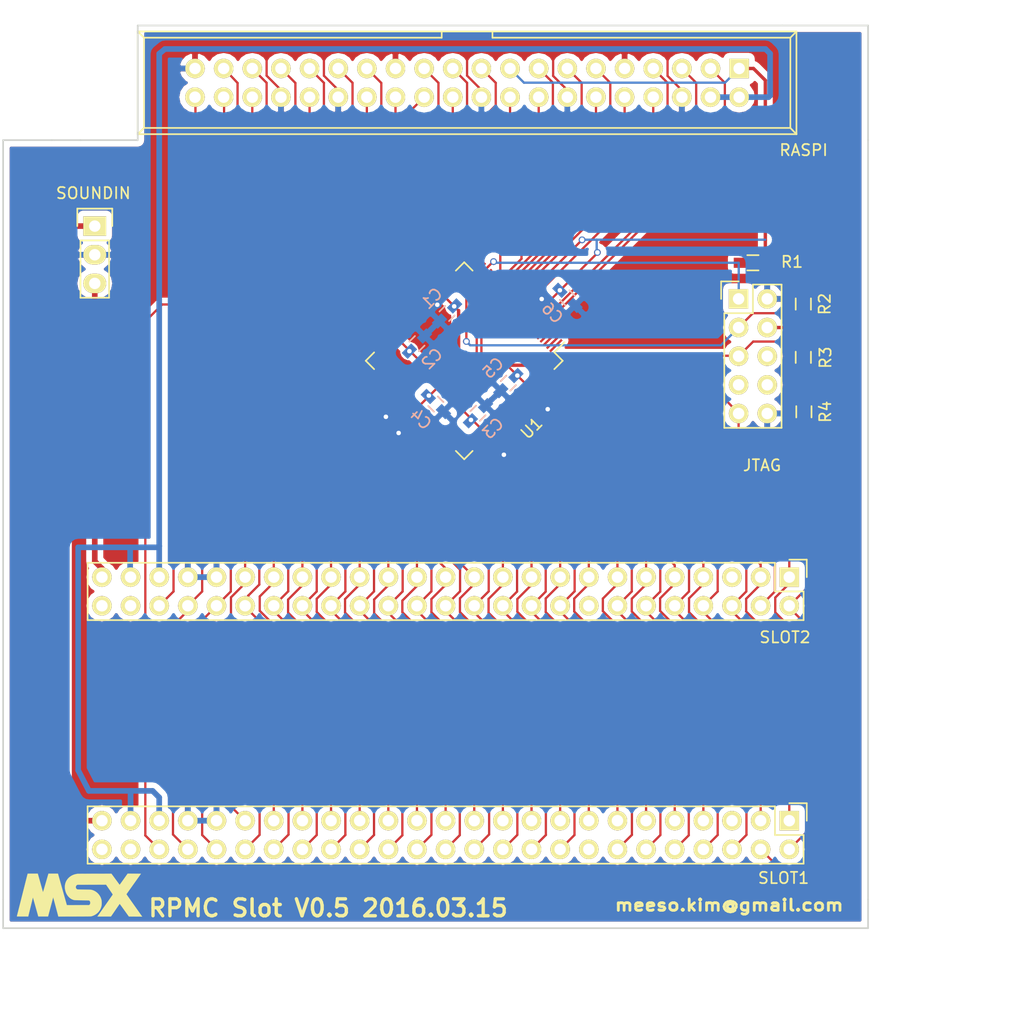
<source format=kicad_pcb>
(kicad_pcb (version 4) (host pcbnew 4.0.2-stable)
  (title_block (title "RPMC Slot Test") (date 2016-03-15) (rev 0.5) (company MSX))
  (layers (0 F.Cu signal) (31 B.Cu signal) (34 B.Paste user) (35 F.Paste user) (36 B.SilkS user) (37 F.SilkS user) (38 B.Mask user) (39 F.Mask user) (44 Edge.Cuts user))
  (net 0 "")
  (net 1 /MD02)
  (net 2 +5V)
  (net 3 /MD03)
  (net 4 /MD04)
  (net 5 /MD14)
  (net 6 /MD15)
  (net 7 /MRD)
  (net 8 /MMERQ)
  (net 9 /MEXT)
  (net 10 /SLTSL1)
  (net 11 /MWAIT)
  (net 12 /MA0)
  (net 13 /MD10)
  (net 14 /MD09)
  (net 15 /MODE)
  (net 16 /MD11)
  (net 17 /MD08)
  (net 18 /MD07)
  (net 19 /MD00)
  (net 20 /MD01)
  (net 21 /MD05)
  (net 22 /MD06)
  (net 23 /MD12)
  (net 24 /MD13)
  (net 25 /MIORQ)
  (net 26 /MWR)
  (net 27 /MCS)
  (net 28 /MRESET)
  (net 29 /MSLTSL0)
  (net 30 /CS1)
  (net 31 /CS2)
  (net 32 /CS12)
  (net 33 /SLTSL0)
  (net 34 "Net-(P1-Pad5)")
  (net 35 /RFSH)
  (net 36 /NWAIT)
  (net 37 /INT)
  (net 38 /M1)
  (net 39 /BUSDIR)
  (net 40 /IORQ)
  (net 41 /MERQ)
  (net 42 /WR)
  (net 43 /RD)
  (net 44 /RESET)
  (net 45 "Net-(P1-Pad16)")
  (net 46 /A9)
  (net 47 /A15)
  (net 48 /A11)
  (net 49 /A10)
  (net 50 /A7)
  (net 51 /A6)
  (net 52 /A12)
  (net 53 /A8)
  (net 54 /A14)
  (net 55 /A13)
  (net 56 /A1)
  (net 57 /A0)
  (net 58 /A3)
  (net 59 /A2)
  (net 60 /A5)
  (net 61 /A4)
  (net 62 /D1)
  (net 63 /D0)
  (net 64 /D3)
  (net 65 /D2)
  (net 66 /D5)
  (net 67 /D4)
  (net 68 /D7)
  (net 69 /D6)
  (net 70 /CLOCK)
  (net 71 /SWOUT)
  (net 72 /SW1)
  (net 73 "Net-(P1-Pad48)")
  (net 74 "Net-(P1-Pad50)")
  (net 75 "Net-(P2-Pad5)")
  (net 76 "Net-(P2-Pad16)")
  (net 77 /SW2)
  (net 78 "Net-(P2-Pad48)")
  (net 79 "Net-(P2-Pad50)")
  (net 80 "Net-(U1-Pad1)")
  (net 81 "Net-(U1-Pad2)")
  (net 82 "Net-(U1-Pad3)")
  (net 83 "Net-(U1-Pad4)")
  (net 84 "Net-(U1-Pad5)")
  (net 85 /CLK)
  (net 86 /MSLTSL1)
  (net 87 /TMS)
  (net 88 /TDI)
  (net 89 /TCK)
  (net 90 /TDO)
  (net 91 "Net-(P3-Pad6)")
  (net 92 "Net-(P3-Pad7)")
  (net 93 "Net-(P3-Pad8)")
  (net 94 "Net-(U1-Pad30)")
  (net 95 "Net-(U1-Pad64)")
  (net 96 +3V3)
  (net 97 GND)
  (net 98 "Net-(U1-Pad8)")
  (net 99 /SOUNDIN1)
  (net 100 /SOUNDIN0)
  (module Pin_Headers:Pin_Header_Straight_2x25 (layer F.Cu) (at 162.56 95.25 270)
    (fp_text reference SLOT2 (at 5.334 0.381 360) (layer F.SilkS))
    (fp_text value CONN_02X25)
    (pad 1 thru_hole rect (at 0 0 270) (size 1.7272 1.7272) (drill 1.016) (layers *.Cu *.Mask F.SilkS) (net 30 /CS1))
    (pad 2 thru_hole oval (at 2.54 0 270) (size 1.7272 1.7272) (drill 1.016) (layers *.Cu *.Mask F.SilkS) (net 31 /CS2))
    (pad 3 thru_hole oval (at 0 2.54 270) (size 1.7272 1.7272) (drill 1.016) (layers *.Cu *.Mask F.SilkS) (net 32 /CS12))
    (pad 4 thru_hole oval (at 2.54 2.54 270) (size 1.7272 1.7272) (drill 1.016) (layers *.Cu *.Mask F.SilkS) (net 33 /SLTSL0))
    (pad 5 thru_hole oval (at 0 5.08 270) (size 1.7272 1.7272) (drill 1.016) (layers *.Cu *.Mask F.SilkS) (net 34 "Net-(P1-Pad5)"))
    (pad 6 thru_hole oval (at 2.54 5.08 270) (size 1.7272 1.7272) (drill 1.016) (layers *.Cu *.Mask F.SilkS) (net 35 /RFSH))
    (pad 7 thru_hole oval (at 0 7.62 270) (size 1.7272 1.7272) (drill 1.016) (layers *.Cu *.Mask F.SilkS) (net 36 /NWAIT))
    (pad 8 thru_hole oval (at 2.54 7.62 270) (size 1.7272 1.7272) (drill 1.016) (layers *.Cu *.Mask F.SilkS) (net 37 /INT))
    (pad 9 thru_hole oval (at 0 10.16 270) (size 1.7272 1.7272) (drill 1.016) (layers *.Cu *.Mask F.SilkS) (net 38 /M1))
    (pad 10 thru_hole oval (at 2.54 10.16 270) (size 1.7272 1.7272) (drill 1.016) (layers *.Cu *.Mask F.SilkS) (net 39 /BUSDIR))
    (pad 11 thru_hole oval (at 0 12.7 270) (size 1.7272 1.7272) (drill 1.016) (layers *.Cu *.Mask F.SilkS) (net 40 /IORQ))
    (pad 12 thru_hole oval (at 2.54 12.7 270) (size 1.7272 1.7272) (drill 1.016) (layers *.Cu *.Mask F.SilkS) (net 41 /MERQ))
    (pad 13 thru_hole oval (at 0 15.24 270) (size 1.7272 1.7272) (drill 1.016) (layers *.Cu *.Mask F.SilkS) (net 42 /WR))
    (pad 14 thru_hole oval (at 2.54 15.24 270) (size 1.7272 1.7272) (drill 1.016) (layers *.Cu *.Mask F.SilkS) (net 43 /RD))
    (pad 15 thru_hole oval (at 0 17.78 270) (size 1.7272 1.7272) (drill 1.016) (layers *.Cu *.Mask F.SilkS) (net 44 /RESET))
    (pad 16 thru_hole oval (at 2.54 17.78 270) (size 1.7272 1.7272) (drill 1.016) (layers *.Cu *.Mask F.SilkS) (net 45 "Net-(P1-Pad16)"))
    (pad 17 thru_hole oval (at 0 20.32 270) (size 1.7272 1.7272) (drill 1.016) (layers *.Cu *.Mask F.SilkS) (net 46 /A9))
    (pad 18 thru_hole oval (at 2.54 20.32 270) (size 1.7272 1.7272) (drill 1.016) (layers *.Cu *.Mask F.SilkS) (net 47 /A15))
    (pad 19 thru_hole oval (at 0 22.86 270) (size 1.7272 1.7272) (drill 1.016) (layers *.Cu *.Mask F.SilkS) (net 48 /A11))
    (pad 20 thru_hole oval (at 2.54 22.86 270) (size 1.7272 1.7272) (drill 1.016) (layers *.Cu *.Mask F.SilkS) (net 49 /A10))
    (pad 21 thru_hole oval (at 0 25.4 270) (size 1.7272 1.7272) (drill 1.016) (layers *.Cu *.Mask F.SilkS) (net 50 /A7))
    (pad 22 thru_hole oval (at 2.54 25.4 270) (size 1.7272 1.7272) (drill 1.016) (layers *.Cu *.Mask F.SilkS) (net 51 /A6))
    (pad 23 thru_hole oval (at 0 27.94 270) (size 1.7272 1.7272) (drill 1.016) (layers *.Cu *.Mask F.SilkS) (net 52 /A12))
    (pad 24 thru_hole oval (at 2.54 27.94 270) (size 1.7272 1.7272) (drill 1.016) (layers *.Cu *.Mask F.SilkS) (net 53 /A8))
    (pad 25 thru_hole oval (at 0 30.48 270) (size 1.7272 1.7272) (drill 1.016) (layers *.Cu *.Mask F.SilkS) (net 54 /A14))
    (pad 26 thru_hole oval (at 2.54 30.48 270) (size 1.7272 1.7272) (drill 1.016) (layers *.Cu *.Mask F.SilkS) (net 55 /A13))
    (pad 27 thru_hole oval (at 0 33.02 270) (size 1.7272 1.7272) (drill 1.016) (layers *.Cu *.Mask F.SilkS) (net 56 /A1))
    (pad 28 thru_hole oval (at 2.54 33.02 270) (size 1.7272 1.7272) (drill 1.016) (layers *.Cu *.Mask F.SilkS) (net 57 /A0))
    (pad 29 thru_hole oval (at 0 35.56 270) (size 1.7272 1.7272) (drill 1.016) (layers *.Cu *.Mask F.SilkS) (net 58 /A3))
    (pad 30 thru_hole oval (at 2.54 35.56 270) (size 1.7272 1.7272) (drill 1.016) (layers *.Cu *.Mask F.SilkS) (net 59 /A2))
    (pad 31 thru_hole oval (at 0 38.1 270) (size 1.7272 1.7272) (drill 1.016) (layers *.Cu *.Mask F.SilkS) (net 60 /A5))
    (pad 32 thru_hole oval (at 2.54 38.1 270) (size 1.7272 1.7272) (drill 1.016) (layers *.Cu *.Mask F.SilkS) (net 61 /A4))
    (pad 33 thru_hole oval (at 0 40.64 270) (size 1.7272 1.7272) (drill 1.016) (layers *.Cu *.Mask F.SilkS) (net 62 /D1))
    (pad 34 thru_hole oval (at 2.54 40.64 270) (size 1.7272 1.7272) (drill 1.016) (layers *.Cu *.Mask F.SilkS) (net 63 /D0))
    (pad 35 thru_hole oval (at 0 43.18 270) (size 1.7272 1.7272) (drill 1.016) (layers *.Cu *.Mask F.SilkS) (net 64 /D3))
    (pad 36 thru_hole oval (at 2.54 43.18 270) (size 1.7272 1.7272) (drill 1.016) (layers *.Cu *.Mask F.SilkS) (net 65 /D2))
    (pad 37 thru_hole oval (at 0 45.72 270) (size 1.7272 1.7272) (drill 1.016) (layers *.Cu *.Mask F.SilkS) (net 66 /D5))
    (pad 38 thru_hole oval (at 2.54 45.72 270) (size 1.7272 1.7272) (drill 1.016) (layers *.Cu *.Mask F.SilkS) (net 67 /D4))
    (pad 39 thru_hole oval (at 0 48.26 270) (size 1.7272 1.7272) (drill 1.016) (layers *.Cu *.Mask F.SilkS) (net 68 /D7))
    (pad 40 thru_hole oval (at 2.54 48.26 270) (size 1.7272 1.7272) (drill 1.016) (layers *.Cu *.Mask F.SilkS) (net 69 /D6))
    (pad 41 thru_hole oval (at 0 50.8 270) (size 1.7272 1.7272) (drill 1.016) (layers *.Cu *.Mask F.SilkS) (net 97 GND))
    (pad 42 thru_hole oval (at 2.54 50.8 270) (size 1.7272 1.7272) (drill 1.016) (layers *.Cu *.Mask F.SilkS) (net 70 /CLOCK))
    (pad 43 thru_hole oval (at 0 53.34 270) (size 1.7272 1.7272) (drill 1.016) (layers *.Cu *.Mask F.SilkS) (net 97 GND))
    (pad 44 thru_hole oval (at 2.54 53.34 270) (size 1.7272 1.7272) (drill 1.016) (layers *.Cu *.Mask F.SilkS) (net 71 /SWOUT))
    (pad 45 thru_hole oval (at 0 55.88 270) (size 1.7272 1.7272) (drill 1.016) (layers *.Cu *.Mask F.SilkS) (net 2 +5V))
    (pad 46 thru_hole oval (at 2.54 55.88 270) (size 1.7272 1.7272) (drill 1.016) (layers *.Cu *.Mask F.SilkS) (net 72 /SW1))
    (pad 47 thru_hole oval (at 0 58.42 270) (size 1.7272 1.7272) (drill 1.016) (layers *.Cu *.Mask F.SilkS) (net 2 +5V))
    (pad 48 thru_hole oval (at 2.54 58.42 270) (size 1.7272 1.7272) (drill 1.016) (layers *.Cu *.Mask F.SilkS) (net 73 "Net-(P1-Pad48)"))
    (pad 49 thru_hole oval (at 0 60.96 270) (size 1.7272 1.7272) (drill 1.016) (layers *.Cu *.Mask F.SilkS) (net 99 /SOUNDIN1))
    (pad 50 thru_hole oval (at 2.54 60.96 270) (size 1.7272 1.7272) (drill 1.016) (layers *.Cu *.Mask F.SilkS) (net 74 "Net-(P1-Pad50)"))
  )
  (module Pin_Headers:Pin_Header_Straight_2x25 (layer F.Cu) (at 162.56 116.84 270)
    (fp_text reference SLOT1 (at 5.08 0.508 360) (layer F.SilkS))
    (fp_text value CONN_02X25)
    (pad 1 thru_hole rect (at 0 0 270) (size 1.7272 1.7272) (drill 1.016) (layers *.Cu *.Mask F.SilkS) (net 30 /CS1))
    (pad 2 thru_hole oval (at 2.54 0 270) (size 1.7272 1.7272) (drill 1.016) (layers *.Cu *.Mask F.SilkS) (net 31 /CS2))
    (pad 3 thru_hole oval (at 0 2.54 270) (size 1.7272 1.7272) (drill 1.016) (layers *.Cu *.Mask F.SilkS) (net 32 /CS12))
    (pad 4 thru_hole oval (at 2.54 2.54 270) (size 1.7272 1.7272) (drill 1.016) (layers *.Cu *.Mask F.SilkS) (net 10 /SLTSL1))
    (pad 5 thru_hole oval (at 0 5.08 270) (size 1.7272 1.7272) (drill 1.016) (layers *.Cu *.Mask F.SilkS) (net 75 "Net-(P2-Pad5)"))
    (pad 6 thru_hole oval (at 2.54 5.08 270) (size 1.7272 1.7272) (drill 1.016) (layers *.Cu *.Mask F.SilkS) (net 35 /RFSH))
    (pad 7 thru_hole oval (at 0 7.62 270) (size 1.7272 1.7272) (drill 1.016) (layers *.Cu *.Mask F.SilkS) (net 36 /NWAIT))
    (pad 8 thru_hole oval (at 2.54 7.62 270) (size 1.7272 1.7272) (drill 1.016) (layers *.Cu *.Mask F.SilkS) (net 37 /INT))
    (pad 9 thru_hole oval (at 0 10.16 270) (size 1.7272 1.7272) (drill 1.016) (layers *.Cu *.Mask F.SilkS) (net 38 /M1))
    (pad 10 thru_hole oval (at 2.54 10.16 270) (size 1.7272 1.7272) (drill 1.016) (layers *.Cu *.Mask F.SilkS) (net 39 /BUSDIR))
    (pad 11 thru_hole oval (at 0 12.7 270) (size 1.7272 1.7272) (drill 1.016) (layers *.Cu *.Mask F.SilkS) (net 40 /IORQ))
    (pad 12 thru_hole oval (at 2.54 12.7 270) (size 1.7272 1.7272) (drill 1.016) (layers *.Cu *.Mask F.SilkS) (net 41 /MERQ))
    (pad 13 thru_hole oval (at 0 15.24 270) (size 1.7272 1.7272) (drill 1.016) (layers *.Cu *.Mask F.SilkS) (net 42 /WR))
    (pad 14 thru_hole oval (at 2.54 15.24 270) (size 1.7272 1.7272) (drill 1.016) (layers *.Cu *.Mask F.SilkS) (net 43 /RD))
    (pad 15 thru_hole oval (at 0 17.78 270) (size 1.7272 1.7272) (drill 1.016) (layers *.Cu *.Mask F.SilkS) (net 44 /RESET))
    (pad 16 thru_hole oval (at 2.54 17.78 270) (size 1.7272 1.7272) (drill 1.016) (layers *.Cu *.Mask F.SilkS) (net 76 "Net-(P2-Pad16)"))
    (pad 17 thru_hole oval (at 0 20.32 270) (size 1.7272 1.7272) (drill 1.016) (layers *.Cu *.Mask F.SilkS) (net 46 /A9))
    (pad 18 thru_hole oval (at 2.54 20.32 270) (size 1.7272 1.7272) (drill 1.016) (layers *.Cu *.Mask F.SilkS) (net 47 /A15))
    (pad 19 thru_hole oval (at 0 22.86 270) (size 1.7272 1.7272) (drill 1.016) (layers *.Cu *.Mask F.SilkS) (net 48 /A11))
    (pad 20 thru_hole oval (at 2.54 22.86 270) (size 1.7272 1.7272) (drill 1.016) (layers *.Cu *.Mask F.SilkS) (net 49 /A10))
    (pad 21 thru_hole oval (at 0 25.4 270) (size 1.7272 1.7272) (drill 1.016) (layers *.Cu *.Mask F.SilkS) (net 50 /A7))
    (pad 22 thru_hole oval (at 2.54 25.4 270) (size 1.7272 1.7272) (drill 1.016) (layers *.Cu *.Mask F.SilkS) (net 51 /A6))
    (pad 23 thru_hole oval (at 0 27.94 270) (size 1.7272 1.7272) (drill 1.016) (layers *.Cu *.Mask F.SilkS) (net 52 /A12))
    (pad 24 thru_hole oval (at 2.54 27.94 270) (size 1.7272 1.7272) (drill 1.016) (layers *.Cu *.Mask F.SilkS) (net 53 /A8))
    (pad 25 thru_hole oval (at 0 30.48 270) (size 1.7272 1.7272) (drill 1.016) (layers *.Cu *.Mask F.SilkS) (net 54 /A14))
    (pad 26 thru_hole oval (at 2.54 30.48 270) (size 1.7272 1.7272) (drill 1.016) (layers *.Cu *.Mask F.SilkS) (net 55 /A13))
    (pad 27 thru_hole oval (at 0 33.02 270) (size 1.7272 1.7272) (drill 1.016) (layers *.Cu *.Mask F.SilkS) (net 56 /A1))
    (pad 28 thru_hole oval (at 2.54 33.02 270) (size 1.7272 1.7272) (drill 1.016) (layers *.Cu *.Mask F.SilkS) (net 57 /A0))
    (pad 29 thru_hole oval (at 0 35.56 270) (size 1.7272 1.7272) (drill 1.016) (layers *.Cu *.Mask F.SilkS) (net 58 /A3))
    (pad 30 thru_hole oval (at 2.54 35.56 270) (size 1.7272 1.7272) (drill 1.016) (layers *.Cu *.Mask F.SilkS) (net 59 /A2))
    (pad 31 thru_hole oval (at 0 38.1 270) (size 1.7272 1.7272) (drill 1.016) (layers *.Cu *.Mask F.SilkS) (net 60 /A5))
    (pad 32 thru_hole oval (at 2.54 38.1 270) (size 1.7272 1.7272) (drill 1.016) (layers *.Cu *.Mask F.SilkS) (net 61 /A4))
    (pad 33 thru_hole oval (at 0 40.64 270) (size 1.7272 1.7272) (drill 1.016) (layers *.Cu *.Mask F.SilkS) (net 62 /D1))
    (pad 34 thru_hole oval (at 2.54 40.64 270) (size 1.7272 1.7272) (drill 1.016) (layers *.Cu *.Mask F.SilkS) (net 63 /D0))
    (pad 35 thru_hole oval (at 0 43.18 270) (size 1.7272 1.7272) (drill 1.016) (layers *.Cu *.Mask F.SilkS) (net 64 /D3))
    (pad 36 thru_hole oval (at 2.54 43.18 270) (size 1.7272 1.7272) (drill 1.016) (layers *.Cu *.Mask F.SilkS) (net 65 /D2))
    (pad 37 thru_hole oval (at 0 45.72 270) (size 1.7272 1.7272) (drill 1.016) (layers *.Cu *.Mask F.SilkS) (net 66 /D5))
    (pad 38 thru_hole oval (at 2.54 45.72 270) (size 1.7272 1.7272) (drill 1.016) (layers *.Cu *.Mask F.SilkS) (net 67 /D4))
    (pad 39 thru_hole oval (at 0 48.26 270) (size 1.7272 1.7272) (drill 1.016) (layers *.Cu *.Mask F.SilkS) (net 68 /D7))
    (pad 40 thru_hole oval (at 2.54 48.26 270) (size 1.7272 1.7272) (drill 1.016) (layers *.Cu *.Mask F.SilkS) (net 69 /D6))
    (pad 41 thru_hole oval (at 0 50.8 270) (size 1.7272 1.7272) (drill 1.016) (layers *.Cu *.Mask F.SilkS) (net 97 GND))
    (pad 42 thru_hole oval (at 2.54 50.8 270) (size 1.7272 1.7272) (drill 1.016) (layers *.Cu *.Mask F.SilkS) (net 70 /CLOCK))
    (pad 43 thru_hole oval (at 0 53.34 270) (size 1.7272 1.7272) (drill 1.016) (layers *.Cu *.Mask F.SilkS) (net 97 GND))
    (pad 44 thru_hole oval (at 2.54 53.34 270) (size 1.7272 1.7272) (drill 1.016) (layers *.Cu *.Mask F.SilkS) (net 71 /SWOUT))
    (pad 45 thru_hole oval (at 0 55.88 270) (size 1.7272 1.7272) (drill 1.016) (layers *.Cu *.Mask F.SilkS) (net 2 +5V))
    (pad 46 thru_hole oval (at 2.54 55.88 270) (size 1.7272 1.7272) (drill 1.016) (layers *.Cu *.Mask F.SilkS) (net 77 /SW2))
    (pad 47 thru_hole oval (at 0 58.42 270) (size 1.7272 1.7272) (drill 1.016) (layers *.Cu *.Mask F.SilkS) (net 2 +5V))
    (pad 48 thru_hole oval (at 2.54 58.42 270) (size 1.7272 1.7272) (drill 1.016) (layers *.Cu *.Mask F.SilkS) (net 78 "Net-(P2-Pad48)"))
    (pad 49 thru_hole oval (at 0 60.96 270) (size 1.7272 1.7272) (drill 1.016) (layers *.Cu *.Mask F.SilkS) (net 100 /SOUNDIN0))
    (pad 50 thru_hole oval (at 2.54 60.96 270) (size 1.7272 1.7272) (drill 1.016) (layers *.Cu *.Mask F.SilkS) (net 79 "Net-(P2-Pad50)"))
  )
  (module Housings_QFP:TQFP-100_12x12mm_Pitch0.4mm (layer F.Cu) (at 133.731 76.073 225)
    (fp_text reference U1 (at 0 -8.45 225) (layer F.SilkS))
    (fp_text value EMP240)
    (pad 1 smd rect (at -6.7 -4.8 225) (size 1.5 0.2) (layers F.Cu F.Paste F.Mask) (net 80 "Net-(U1-Pad1)"))
    (pad 2 smd rect (at -6.7 -4.4 225) (size 1.5 0.2) (layers F.Cu F.Paste F.Mask) (net 81 "Net-(U1-Pad2)"))
    (pad 3 smd rect (at -6.7 -4 225) (size 1.5 0.2) (layers F.Cu F.Paste F.Mask) (net 82 "Net-(U1-Pad3)"))
    (pad 4 smd rect (at -6.7 -3.6 225) (size 1.5 0.2) (layers F.Cu F.Paste F.Mask) (net 83 "Net-(U1-Pad4)"))
    (pad 5 smd rect (at -6.7 -3.2 225) (size 1.5 0.2) (layers F.Cu F.Paste F.Mask) (net 84 "Net-(U1-Pad5)"))
    (pad 6 smd rect (at -6.7 -2.8 225) (size 1.5 0.2) (layers F.Cu F.Paste F.Mask) (net 1 /MD02))
    (pad 7 smd rect (at -6.7 -2.4 225) (size 1.5 0.2) (layers F.Cu F.Paste F.Mask) (net 3 /MD03))
    (pad 8 smd rect (at -6.7 -2 225) (size 1.5 0.2) (layers F.Cu F.Paste F.Mask) (net 98 "Net-(U1-Pad8)"))
    (pad 9 smd rect (at -6.7 -1.6 225) (size 1.5 0.2) (layers F.Cu F.Paste F.Mask) (net 96 +3V3))
    (pad 10 smd rect (at -6.7 -1.2 225) (size 1.5 0.2) (layers F.Cu F.Paste F.Mask) (net 97 GND))
    (pad 11 smd rect (at -6.7 -0.8 225) (size 1.5 0.2) (layers F.Cu F.Paste F.Mask) (net 97 GND))
    (pad 12 smd rect (at -6.7 -0.4 225) (size 1.5 0.2) (layers F.Cu F.Paste F.Mask) (net 4 /MD04))
    (pad 13 smd rect (at -6.7 0 225) (size 1.5 0.2) (layers F.Cu F.Paste F.Mask) (net 96 +3V3))
    (pad 14 smd rect (at -6.7 0.4 225) (size 1.5 0.2) (layers F.Cu F.Paste F.Mask) (net 85 /CLK))
    (pad 15 smd rect (at -6.7 0.8 225) (size 1.5 0.2) (layers F.Cu F.Paste F.Mask) (net 5 /MD14))
    (pad 16 smd rect (at -6.7 1.2 225) (size 1.5 0.2) (layers F.Cu F.Paste F.Mask) (net 6 /MD15))
    (pad 17 smd rect (at -6.7 1.6 225) (size 1.5 0.2) (layers F.Cu F.Paste F.Mask) (net 7 /MRD))
    (pad 18 smd rect (at -6.7 2 225) (size 1.5 0.2) (layers F.Cu F.Paste F.Mask) (net 8 /MMERQ))
    (pad 19 smd rect (at -6.7 2.4 225) (size 1.5 0.2) (layers F.Cu F.Paste F.Mask) (net 9 /MEXT))
    (pad 20 smd rect (at -6.7 2.8 225) (size 1.5 0.2) (layers F.Cu F.Paste F.Mask) (net 86 /MSLTSL1))
    (pad 21 smd rect (at -6.7 3.2 225) (size 1.5 0.2) (layers F.Cu F.Paste F.Mask) (net 11 /MWAIT))
    (pad 22 smd rect (at -6.7 3.6 225) (size 1.5 0.2) (layers F.Cu F.Paste F.Mask) (net 87 /TMS))
    (pad 23 smd rect (at -6.7 4 225) (size 1.5 0.2) (layers F.Cu F.Paste F.Mask) (net 88 /TDI))
    (pad 24 smd rect (at -6.7 4.4 225) (size 1.5 0.2) (layers F.Cu F.Paste F.Mask) (net 89 /TCK))
    (pad 25 smd rect (at -6.7 4.8 225) (size 1.5 0.2) (layers F.Cu F.Paste F.Mask) (net 90 /TDO))
    (pad 26 smd rect (at -4.8 6.7 315) (size 1.5 0.2) (layers F.Cu F.Paste F.Mask) (net 12 /MA0))
    (pad 27 smd rect (at -4.4 6.7 315) (size 1.5 0.2) (layers F.Cu F.Paste F.Mask) (net 13 /MD10))
    (pad 28 smd rect (at -4 6.7 315) (size 1.5 0.2) (layers F.Cu F.Paste F.Mask) (net 14 /MD09))
    (pad 29 smd rect (at -3.6 6.7 315) (size 1.5 0.2) (layers F.Cu F.Paste F.Mask) (net 15 /MODE))
    (pad 30 smd rect (at -3.2 6.7 315) (size 1.5 0.2) (layers F.Cu F.Paste F.Mask) (net 94 "Net-(U1-Pad30)"))
    (pad 31 smd rect (at -2.8 6.7 315) (size 1.5 0.2) (layers F.Cu F.Paste F.Mask) (net 96 +3V3))
    (pad 32 smd rect (at -2.4 6.7 315) (size 1.5 0.2) (layers F.Cu F.Paste F.Mask) (net 97 GND))
    (pad 33 smd rect (at -2 6.7 315) (size 1.5 0.2) (layers F.Cu F.Paste F.Mask) (net 16 /MD11))
    (pad 34 smd rect (at -1.6 6.7 315) (size 1.5 0.2) (layers F.Cu F.Paste F.Mask) (net 17 /MD08))
    (pad 35 smd rect (at -1.2 6.7 315) (size 1.5 0.2) (layers F.Cu F.Paste F.Mask) (net 18 /MD07))
    (pad 36 smd rect (at -0.8 6.7 315) (size 1.5 0.2) (layers F.Cu F.Paste F.Mask) (net 19 /MD00))
    (pad 37 smd rect (at -0.4 6.7 315) (size 1.5 0.2) (layers F.Cu F.Paste F.Mask) (net 20 /MD01))
    (pad 38 smd rect (at 0 6.7 315) (size 1.5 0.2) (layers F.Cu F.Paste F.Mask) (net 21 /MD05))
    (pad 39 smd rect (at 0.4 6.7 315) (size 1.5 0.2) (layers F.Cu F.Paste F.Mask) (net 22 /MD06))
    (pad 40 smd rect (at 0.8 6.7 315) (size 1.5 0.2) (layers F.Cu F.Paste F.Mask) (net 23 /MD12))
    (pad 41 smd rect (at 1.2 6.7 315) (size 1.5 0.2) (layers F.Cu F.Paste F.Mask) (net 24 /MD13))
    (pad 42 smd rect (at 1.6 6.7 315) (size 1.5 0.2) (layers F.Cu F.Paste F.Mask) (net 25 /MIORQ))
    (pad 43 smd rect (at 2 6.7 315) (size 1.5 0.2) (layers F.Cu F.Paste F.Mask) (net 26 /MWR))
    (pad 44 smd rect (at 2.4 6.7 315) (size 1.5 0.2) (layers F.Cu F.Paste F.Mask) (net 27 /MCS))
    (pad 45 smd rect (at 2.8 6.7 315) (size 1.5 0.2) (layers F.Cu F.Paste F.Mask) (net 96 +3V3))
    (pad 46 smd rect (at 3.2 6.7 315) (size 1.5 0.2) (layers F.Cu F.Paste F.Mask) (net 97 GND))
    (pad 47 smd rect (at 3.6 6.7 315) (size 1.5 0.2) (layers F.Cu F.Paste F.Mask) (net 28 /MRESET))
    (pad 48 smd rect (at 4 6.7 315) (size 1.5 0.2) (layers F.Cu F.Paste F.Mask) (net 29 /MSLTSL0))
    (pad 49 smd rect (at 4.4 6.7 315) (size 1.5 0.2) (layers F.Cu F.Paste F.Mask) (net 77 /SW2))
    (pad 50 smd rect (at 4.8 6.7 315) (size 1.5 0.2) (layers F.Cu F.Paste F.Mask) (net 72 /SW1))
    (pad 51 smd rect (at 6.7 4.8 225) (size 1.5 0.2) (layers F.Cu F.Paste F.Mask) (net 71 /SWOUT))
    (pad 52 smd rect (at 6.7 4.4 225) (size 1.5 0.2) (layers F.Cu F.Paste F.Mask) (net 70 /CLOCK))
    (pad 53 smd rect (at 6.7 4 225) (size 1.5 0.2) (layers F.Cu F.Paste F.Mask) (net 68 /D7))
    (pad 54 smd rect (at 6.7 3.6 225) (size 1.5 0.2) (layers F.Cu F.Paste F.Mask) (net 69 /D6))
    (pad 55 smd rect (at 6.7 3.2 225) (size 1.5 0.2) (layers F.Cu F.Paste F.Mask) (net 66 /D5))
    (pad 56 smd rect (at 6.7 2.8 225) (size 1.5 0.2) (layers F.Cu F.Paste F.Mask) (net 67 /D4))
    (pad 57 smd rect (at 6.7 2.4 225) (size 1.5 0.2) (layers F.Cu F.Paste F.Mask) (net 64 /D3))
    (pad 58 smd rect (at 6.7 2 225) (size 1.5 0.2) (layers F.Cu F.Paste F.Mask) (net 65 /D2))
    (pad 59 smd rect (at 6.7 1.6 225) (size 1.5 0.2) (layers F.Cu F.Paste F.Mask) (net 96 +3V3))
    (pad 60 smd rect (at 6.7 1.2 225) (size 1.5 0.2) (layers F.Cu F.Paste F.Mask) (net 97 GND))
    (pad 61 smd rect (at 6.7 0.8 225) (size 1.5 0.2) (layers F.Cu F.Paste F.Mask) (net 62 /D1))
    (pad 62 smd rect (at 6.7 0.4 225) (size 1.5 0.2) (layers F.Cu F.Paste F.Mask) (net 63 /D0))
    (pad 63 smd rect (at 6.7 0 225) (size 1.5 0.2) (layers F.Cu F.Paste F.Mask) (net 96 +3V3))
    (pad 64 smd rect (at 6.7 -0.4 225) (size 1.5 0.2) (layers F.Cu F.Paste F.Mask) (net 95 "Net-(U1-Pad64)"))
    (pad 65 smd rect (at 6.7 -0.8 225) (size 1.5 0.2) (layers F.Cu F.Paste F.Mask) (net 97 GND))
    (pad 66 smd rect (at 6.7 -1.2 225) (size 1.5 0.2) (layers F.Cu F.Paste F.Mask) (net 60 /A5))
    (pad 67 smd rect (at 6.7 -1.6 225) (size 1.5 0.2) (layers F.Cu F.Paste F.Mask) (net 61 /A4))
    (pad 68 smd rect (at 6.7 -2 225) (size 1.5 0.2) (layers F.Cu F.Paste F.Mask) (net 58 /A3))
    (pad 69 smd rect (at 6.7 -2.4 225) (size 1.5 0.2) (layers F.Cu F.Paste F.Mask) (net 59 /A2))
    (pad 70 smd rect (at 6.7 -2.8 225) (size 1.5 0.2) (layers F.Cu F.Paste F.Mask) (net 56 /A1))
    (pad 71 smd rect (at 6.7 -3.2 225) (size 1.5 0.2) (layers F.Cu F.Paste F.Mask) (net 57 /A0))
    (pad 72 smd rect (at 6.7 -3.6 225) (size 1.5 0.2) (layers F.Cu F.Paste F.Mask) (net 54 /A14))
    (pad 73 smd rect (at 6.7 -4 225) (size 1.5 0.2) (layers F.Cu F.Paste F.Mask) (net 55 /A13))
    (pad 74 smd rect (at 6.7 -4.4 225) (size 1.5 0.2) (layers F.Cu F.Paste F.Mask) (net 52 /A12))
    (pad 75 smd rect (at 6.7 -4.8 225) (size 1.5 0.2) (layers F.Cu F.Paste F.Mask) (net 53 /A8))
    (pad 76 smd rect (at 4.8 -6.7 315) (size 1.5 0.2) (layers F.Cu F.Paste F.Mask) (net 50 /A7))
    (pad 77 smd rect (at 4.4 -6.7 315) (size 1.5 0.2) (layers F.Cu F.Paste F.Mask) (net 51 /A6))
    (pad 78 smd rect (at 4 -6.7 315) (size 1.5 0.2) (layers F.Cu F.Paste F.Mask) (net 48 /A11))
    (pad 79 smd rect (at 3.6 -6.7 315) (size 1.5 0.2) (layers F.Cu F.Paste F.Mask) (net 97 GND))
    (pad 80 smd rect (at 3.2 -6.7 315) (size 1.5 0.2) (layers F.Cu F.Paste F.Mask) (net 96 +3V3))
    (pad 81 smd rect (at 2.8 -6.7 315) (size 1.5 0.2) (layers F.Cu F.Paste F.Mask) (net 49 /A10))
    (pad 82 smd rect (at 2.4 -6.7 315) (size 1.5 0.2) (layers F.Cu F.Paste F.Mask) (net 46 /A9))
    (pad 83 smd rect (at 2 -6.7 315) (size 1.5 0.2) (layers F.Cu F.Paste F.Mask) (net 47 /A15))
    (pad 84 smd rect (at 1.6 -6.7 315) (size 1.5 0.2) (layers F.Cu F.Paste F.Mask) (net 44 /RESET))
    (pad 85 smd rect (at 1.2 -6.7 315) (size 1.5 0.2) (layers F.Cu F.Paste F.Mask) (net 42 /WR))
    (pad 86 smd rect (at 0.8 -6.7 315) (size 1.5 0.2) (layers F.Cu F.Paste F.Mask) (net 43 /RD))
    (pad 87 smd rect (at 0.4 -6.7 315) (size 1.5 0.2) (layers F.Cu F.Paste F.Mask) (net 40 /IORQ))
    (pad 88 smd rect (at 0 -6.7 315) (size 1.5 0.2) (layers F.Cu F.Paste F.Mask) (net 41 /MERQ))
    (pad 89 smd rect (at -0.4 -6.7 315) (size 1.5 0.2) (layers F.Cu F.Paste F.Mask) (net 38 /M1))
    (pad 90 smd rect (at -0.8 -6.7 315) (size 1.5 0.2) (layers F.Cu F.Paste F.Mask) (net 39 /BUSDIR))
    (pad 91 smd rect (at -1.2 -6.7 315) (size 1.5 0.2) (layers F.Cu F.Paste F.Mask) (net 36 /NWAIT))
    (pad 92 smd rect (at -1.6 -6.7 315) (size 1.5 0.2) (layers F.Cu F.Paste F.Mask) (net 37 /INT))
    (pad 93 smd rect (at -2 -6.7 315) (size 1.5 0.2) (layers F.Cu F.Paste F.Mask) (net 97 GND))
    (pad 94 smd rect (at -2.4 -6.7 315) (size 1.5 0.2) (layers F.Cu F.Paste F.Mask) (net 96 +3V3))
    (pad 95 smd rect (at -2.8 -6.7 315) (size 1.5 0.2) (layers F.Cu F.Paste F.Mask) (net 35 /RFSH))
    (pad 96 smd rect (at -3.2 -6.7 315) (size 1.5 0.2) (layers F.Cu F.Paste F.Mask) (net 32 /CS12))
    (pad 97 smd rect (at -3.6 -6.7 315) (size 1.5 0.2) (layers F.Cu F.Paste F.Mask) (net 33 /SLTSL0))
    (pad 98 smd rect (at -4 -6.7 315) (size 1.5 0.2) (layers F.Cu F.Paste F.Mask) (net 30 /CS1))
    (pad 99 smd rect (at -4.4 -6.7 315) (size 1.5 0.2) (layers F.Cu F.Paste F.Mask) (net 31 /CS2))
    (pad 100 smd rect (at -4.8 -6.7 315) (size 1.5 0.2) (layers F.Cu F.Paste F.Mask) (net 10 /SLTSL1))
  )
  (module Connect:IDC_Header_Straight_40pins (layer F.Cu) (at 158.115 50.165 180)
    (fp_text reference RASPI (at -5.715 -7.239 180) (layer F.SilkS))
    (fp_text value RPi_GPIO)
    (pad 1 thru_hole rect (at 0 0 180) (size 1.7272 1.7272) (drill 1.016) (layers *.Cu *.Mask F.SilkS) (net 96 +3V3))
    (pad 2 thru_hole oval (at 0 -2.54 180) (size 1.7272 1.7272) (drill 1.016) (layers *.Cu *.Mask F.SilkS) (net 2 +5V))
    (pad 3 thru_hole oval (at 2.54 0 180) (size 1.7272 1.7272) (drill 1.016) (layers *.Cu *.Mask F.SilkS) (net 1 /MD02))
    (pad 4 thru_hole oval (at 2.54 -2.54 180) (size 1.7272 1.7272) (drill 1.016) (layers *.Cu *.Mask F.SilkS) (net 2 +5V))
    (pad 5 thru_hole oval (at 5.08 0 180) (size 1.7272 1.7272) (drill 1.016) (layers *.Cu *.Mask F.SilkS) (net 3 /MD03))
    (pad 6 thru_hole oval (at 5.08 -2.54 180) (size 1.7272 1.7272) (drill 1.016) (layers *.Cu *.Mask F.SilkS) (net 97 GND))
    (pad 7 thru_hole oval (at 7.62 0 180) (size 1.7272 1.7272) (drill 1.016) (layers *.Cu *.Mask F.SilkS) (net 4 /MD04))
    (pad 8 thru_hole oval (at 7.62 -2.54 180) (size 1.7272 1.7272) (drill 1.016) (layers *.Cu *.Mask F.SilkS) (net 5 /MD14))
    (pad 9 thru_hole oval (at 10.16 0 180) (size 1.7272 1.7272) (drill 1.016) (layers *.Cu *.Mask F.SilkS) (net 97 GND))
    (pad 10 thru_hole oval (at 10.16 -2.54 180) (size 1.7272 1.7272) (drill 1.016) (layers *.Cu *.Mask F.SilkS) (net 6 /MD15))
    (pad 11 thru_hole oval (at 12.7 0 180) (size 1.7272 1.7272) (drill 1.016) (layers *.Cu *.Mask F.SilkS) (net 7 /MRD))
    (pad 12 thru_hole oval (at 12.7 -2.54 180) (size 1.7272 1.7272) (drill 1.016) (layers *.Cu *.Mask F.SilkS) (net 8 /MMERQ))
    (pad 13 thru_hole oval (at 15.24 0 180) (size 1.7272 1.7272) (drill 1.016) (layers *.Cu *.Mask F.SilkS) (net 9 /MEXT))
    (pad 14 thru_hole oval (at 15.24 -2.54 180) (size 1.7272 1.7272) (drill 1.016) (layers *.Cu *.Mask F.SilkS) (net 97 GND))
    (pad 15 thru_hole oval (at 17.78 0 180) (size 1.7272 1.7272) (drill 1.016) (layers *.Cu *.Mask F.SilkS) (net 86 /MSLTSL1))
    (pad 16 thru_hole oval (at 17.78 -2.54 180) (size 1.7272 1.7272) (drill 1.016) (layers *.Cu *.Mask F.SilkS) (net 11 /MWAIT))
    (pad 17 thru_hole oval (at 20.32 0 180) (size 1.7272 1.7272) (drill 1.016) (layers *.Cu *.Mask F.SilkS) (net 96 +3V3))
    (pad 18 thru_hole oval (at 20.32 -2.54 180) (size 1.7272 1.7272) (drill 1.016) (layers *.Cu *.Mask F.SilkS) (net 12 /MA0))
    (pad 19 thru_hole oval (at 22.86 0 180) (size 1.7272 1.7272) (drill 1.016) (layers *.Cu *.Mask F.SilkS) (net 13 /MD10))
    (pad 20 thru_hole oval (at 22.86 -2.54 180) (size 1.7272 1.7272) (drill 1.016) (layers *.Cu *.Mask F.SilkS) (net 97 GND))
    (pad 21 thru_hole oval (at 25.4 0 180) (size 1.7272 1.7272) (drill 1.016) (layers *.Cu *.Mask F.SilkS) (net 14 /MD09))
    (pad 22 thru_hole oval (at 25.4 -2.54 180) (size 1.7272 1.7272) (drill 1.016) (layers *.Cu *.Mask F.SilkS) (net 15 /MODE))
    (pad 23 thru_hole oval (at 27.94 0 180) (size 1.7272 1.7272) (drill 1.016) (layers *.Cu *.Mask F.SilkS) (net 16 /MD11))
    (pad 24 thru_hole oval (at 27.94 -2.54 180) (size 1.7272 1.7272) (drill 1.016) (layers *.Cu *.Mask F.SilkS) (net 17 /MD08))
    (pad 25 thru_hole oval (at 30.48 0 180) (size 1.7272 1.7272) (drill 1.016) (layers *.Cu *.Mask F.SilkS) (net 97 GND))
    (pad 26 thru_hole oval (at 30.48 -2.54 180) (size 1.7272 1.7272) (drill 1.016) (layers *.Cu *.Mask F.SilkS) (net 18 /MD07))
    (pad 27 thru_hole oval (at 33.02 0 180) (size 1.7272 1.7272) (drill 1.016) (layers *.Cu *.Mask F.SilkS) (net 19 /MD00))
    (pad 28 thru_hole oval (at 33.02 -2.54 180) (size 1.7272 1.7272) (drill 1.016) (layers *.Cu *.Mask F.SilkS) (net 20 /MD01))
    (pad 29 thru_hole oval (at 35.56 0 180) (size 1.7272 1.7272) (drill 1.016) (layers *.Cu *.Mask F.SilkS) (net 21 /MD05))
    (pad 30 thru_hole oval (at 35.56 -2.54 180) (size 1.7272 1.7272) (drill 1.016) (layers *.Cu *.Mask F.SilkS) (net 97 GND))
    (pad 31 thru_hole oval (at 38.1 0 180) (size 1.7272 1.7272) (drill 1.016) (layers *.Cu *.Mask F.SilkS) (net 22 /MD06))
    (pad 32 thru_hole oval (at 38.1 -2.54 180) (size 1.7272 1.7272) (drill 1.016) (layers *.Cu *.Mask F.SilkS) (net 23 /MD12))
    (pad 33 thru_hole oval (at 40.64 0 180) (size 1.7272 1.7272) (drill 1.016) (layers *.Cu *.Mask F.SilkS) (net 24 /MD13))
    (pad 34 thru_hole oval (at 40.64 -2.54 180) (size 1.7272 1.7272) (drill 1.016) (layers *.Cu *.Mask F.SilkS) (net 97 GND))
    (pad 35 thru_hole oval (at 43.18 0 180) (size 1.7272 1.7272) (drill 1.016) (layers *.Cu *.Mask F.SilkS) (net 25 /MIORQ))
    (pad 36 thru_hole oval (at 43.18 -2.54 180) (size 1.7272 1.7272) (drill 1.016) (layers *.Cu *.Mask F.SilkS) (net 26 /MWR))
    (pad 37 thru_hole oval (at 45.72 0 180) (size 1.7272 1.7272) (drill 1.016) (layers *.Cu *.Mask F.SilkS) (net 27 /MCS))
    (pad 38 thru_hole oval (at 45.72 -2.54 180) (size 1.7272 1.7272) (drill 1.016) (layers *.Cu *.Mask F.SilkS) (net 28 /MRESET))
    (pad 39 thru_hole oval (at 48.26 0 180) (size 1.7272 1.7272) (drill 1.016) (layers *.Cu *.Mask F.SilkS) (net 97 GND))
    (pad 40 thru_hole oval (at 48.26 -2.54 180) (size 1.7272 1.7272) (drill 1.016) (layers *.Cu *.Mask F.SilkS) (net 29 /MSLTSL0))
  )
  (module Pin_Headers:Pin_Header_Straight_1x03 (layer F.Cu) (at 100.965 64.135)
    (fp_text reference SOUNDIN (at -0.127 -2.921) (layer F.SilkS))
    (fp_text value SOUNDIN)
    (pad 1 thru_hole rect (at 0 0) (size 2.032 1.7272) (drill 1.016) (layers *.Cu *.Mask F.SilkS) (net 100 /SOUNDIN0))
    (pad 2 thru_hole oval (at 0 2.54) (size 2.032 1.7272) (drill 1.016) (layers *.Cu *.Mask F.SilkS) (net 97 GND))
    (pad 3 thru_hole oval (at 0 5.08) (size 2.032 1.7272) (drill 1.016) (layers *.Cu *.Mask F.SilkS) (net 99 /SOUNDIN1))
  )
  (module Pin_Headers:Pin_Header_Straight_2x05 (layer F.Cu) (at 158.0642 70.5866)
    (fp_text reference JTAG (at 2.0828 14.7574) (layer F.SilkS))
    (fp_text value CONN_02X05)
    (pad 1 thru_hole rect (at 0 0) (size 1.7272 1.7272) (drill 1.016) (layers *.Cu *.Mask F.SilkS) (net 89 /TCK))
    (pad 2 thru_hole oval (at 2.54 0) (size 1.7272 1.7272) (drill 1.016) (layers *.Cu *.Mask F.SilkS) (net 97 GND))
    (pad 3 thru_hole oval (at 0 2.54) (size 1.7272 1.7272) (drill 1.016) (layers *.Cu *.Mask F.SilkS) (net 90 /TDO))
    (pad 4 thru_hole oval (at 2.54 2.54) (size 1.7272 1.7272) (drill 1.016) (layers *.Cu *.Mask F.SilkS) (net 96 +3V3))
    (pad 5 thru_hole oval (at 0 5.08) (size 1.7272 1.7272) (drill 1.016) (layers *.Cu *.Mask F.SilkS) (net 87 /TMS))
    (pad 6 thru_hole oval (at 2.54 5.08) (size 1.7272 1.7272) (drill 1.016) (layers *.Cu *.Mask F.SilkS) (net 91 "Net-(P3-Pad6)"))
    (pad 7 thru_hole oval (at 0 7.62) (size 1.7272 1.7272) (drill 1.016) (layers *.Cu *.Mask F.SilkS) (net 92 "Net-(P3-Pad7)"))
    (pad 8 thru_hole oval (at 2.54 7.62) (size 1.7272 1.7272) (drill 1.016) (layers *.Cu *.Mask F.SilkS) (net 93 "Net-(P3-Pad8)"))
    (pad 9 thru_hole oval (at 0 10.16) (size 1.7272 1.7272) (drill 1.016) (layers *.Cu *.Mask F.SilkS) (net 88 /TDI))
    (pad 10 thru_hole oval (at 2.54 10.16) (size 1.7272 1.7272) (drill 1.016) (layers *.Cu *.Mask F.SilkS) (net 97 GND))
  )
  (module Resistors_SMD:R_0603_HandSoldering (layer F.Cu) (at 159.3342 67.3862 180)
    (fp_text reference R1 (at -3.4671 0.0762 180) (layer F.SilkS))
    (fp_text value 10K)
    (pad 1 smd rect (at -1.1 0 180) (size 1.2 0.9) (layers F.Cu F.Paste F.Mask) (net 96 +3V3))
    (pad 2 smd rect (at 1.1 0 180) (size 1.2 0.9) (layers F.Cu F.Paste F.Mask) (net 89 /TCK))
  )
  (module Resistors_SMD:R_0603_HandSoldering (layer F.Cu) (at 163.8046 71.0438 270)
    (fp_text reference R2 (at 0 -1.9 270) (layer F.SilkS))
    (fp_text value 10K)
    (pad 1 smd rect (at -1.1 0 270) (size 1.2 0.9) (layers F.Cu F.Paste F.Mask) (net 96 +3V3))
    (pad 2 smd rect (at 1.1 0 270) (size 1.2 0.9) (layers F.Cu F.Paste F.Mask) (net 90 /TDO))
  )
  (module Resistors_SMD:R_0603_HandSoldering (layer F.Cu) (at 163.8046 75.7682 90)
    (fp_text reference R3 (at -0.0254 1.9685 90) (layer F.SilkS))
    (fp_text value 10K)
    (pad 1 smd rect (at -1.1 0 90) (size 1.2 0.9) (layers F.Cu F.Paste F.Mask) (net 96 +3V3))
    (pad 2 smd rect (at 1.1 0 90) (size 1.2 0.9) (layers F.Cu F.Paste F.Mask) (net 87 /TMS))
  )
  (module Resistors_SMD:R_0603_HandSoldering (layer F.Cu) (at 163.8554 80.5942 270)
    (fp_text reference R4 (at 0 -1.9 270) (layer F.SilkS))
    (fp_text value 10K)
    (pad 1 smd rect (at -1.1 0 270) (size 1.2 0.9) (layers F.Cu F.Paste F.Mask) (net 96 +3V3))
    (pad 2 smd rect (at 1.1 0 270) (size 1.2 0.9) (layers F.Cu F.Paste F.Mask) (net 88 /TDI))
  )
  (module msxbuspcb:msx (layer F.Cu) (at 99.568 123.444)
    (fp_text reference "" hide)
    (fp_text value "" hide)
  )
  (module Capacitors_SMD:C_0603_HandSoldering (layer B.Cu) (at 132.207 71.882 225)
    (fp_text reference C1 (at 0 1.9 225) (layer B.SilkS) (effects (justify mirror)))
    (fp_text value C)
    (pad 1 smd rect (at -0.95 0 225) (size 1.2 0.75) (layers B.Cu B.Paste B.Mask) (net 96 +3V3))
    (pad 2 smd rect (at 0.95 0 225) (size 1.2 0.75) (layers B.Cu B.Paste B.Mask) (net 97 GND))
  )
  (module Capacitors_SMD:C_0603_HandSoldering (layer B.Cu) (at 129.54 74.549 45)
    (fp_text reference C2 (at 0 1.9 45) (layer B.SilkS) (effects (justify mirror)))
    (fp_text value C)
    (pad 1 smd rect (at -0.95 0 45) (size 1.2 0.75) (layers B.Cu B.Paste B.Mask) (net 96 +3V3))
    (pad 2 smd rect (at 0.95 0 45) (size 1.2 0.75) (layers B.Cu B.Paste B.Mask) (net 97 GND))
  )
  (module Capacitors_SMD:C_0603_HandSoldering (layer B.Cu) (at 134.9502 80.7212 45)
    (fp_text reference C3 (at 0 1.9 45) (layer B.SilkS) (effects (justify mirror)))
    (fp_text value C)
    (pad 1 smd rect (at -0.95 0 45) (size 1.2 0.75) (layers B.Cu B.Paste B.Mask) (net 96 +3V3))
    (pad 2 smd rect (at 0.95 0 45) (size 1.2 0.75) (layers B.Cu B.Paste B.Mask) (net 97 GND))
  )
  (module Capacitors_SMD:C_0603_HandSoldering (layer B.Cu) (at 131.2164 79.9084 315)
    (fp_text reference C4 (at 0 1.9 315) (layer B.SilkS) (effects (justify mirror)))
    (fp_text value C)
    (pad 1 smd rect (at -0.95 0 315) (size 1.2 0.75) (layers B.Cu B.Paste B.Mask) (net 96 +3V3))
    (pad 2 smd rect (at 0.95 0 315) (size 1.2 0.75) (layers B.Cu B.Paste B.Mask) (net 97 GND))
  )
  (module Capacitors_SMD:C_0603_HandSoldering (layer B.Cu) (at 137.6426 78.0542 225)
    (fp_text reference C5 (at 0 1.9 225) (layer B.SilkS) (effects (justify mirror)))
    (fp_text value C)
    (pad 1 smd rect (at -0.95 0 225) (size 1.2 0.75) (layers B.Cu B.Paste B.Mask) (net 96 +3V3))
    (pad 2 smd rect (at 0.95 0 225) (size 1.2 0.75) (layers B.Cu B.Paste B.Mask) (net 97 GND))
  )
  (module Capacitors_SMD:C_0603_HandSoldering (layer B.Cu) (at 142.88516 70.49516 315)
    (fp_text reference C6 (at 0 1.9 315) (layer B.SilkS) (effects (justify mirror)))
    (fp_text value C)
    (pad 1 smd rect (at -0.95 0 315) (size 1.2 0.75) (layers B.Cu B.Paste B.Mask) (net 96 +3V3))
    (pad 2 smd rect (at 0.95 0 315) (size 1.2 0.75) (layers B.Cu B.Paste B.Mask) (net 97 GND))
  )
  (gr_text "RPMC Slot V0.5 2016.03.15" (at 121.666 124.587) (layer F.SilkS) (effects (font (size 1.5 1.5) (thickness 0.3))))
  (gr_line (start 92.837 126.365) (end 169.545 126.365) (angle 90) (layer Edge.Cuts) (width 0.15))
  (gr_text meeso.kim@gmail.com (at 157.226 124.333) (layer F.SilkS) (effects (font (size 1 1.2) (thickness 0.25))))
  (gr_line (start 169.545 123.825) (end 169.545 126.365) (angle 90) (layer Edge.Cuts) (width 0.15))
  (gr_line (start 92.837 123.825) (end 92.837 126.365) (angle 90) (layer Edge.Cuts) (width 0.15))
  (gr_line (start 92.837 56.515) (end 92.837 123.825) (angle 90) (layer Edge.Cuts) (width 0.15))
  (gr_line (start 97.155 56.515) (end 92.837 56.515) (angle 90) (layer Edge.Cuts) (width 0.15))
  (gr_line (start 169.545 56.515) (end 169.545 123.825) (angle 90) (layer Edge.Cuts) (width 0.15))
  (gr_line (start 161.925 46.355) (end 169.545 46.355) (angle 90) (layer Edge.Cuts) (width 0.15))
  (gr_line (start 169.545 46.355) (end 169.545 56.515) (angle 90) (layer Edge.Cuts) (width 0.15))
  (gr_line (start 104.775 46.355) (end 161.925 46.355) (angle 90) (layer Edge.Cuts) (width 0.15))
  (gr_line (start 99.695 56.515) (end 97.155 56.515) (angle 90) (layer Edge.Cuts) (width 0.15))
  (gr_line (start 104.775 56.515) (end 99.695 56.515) (angle 90) (layer Edge.Cuts) (width 0.15))
  (gr_line (start 104.775 46.355) (end 104.775 56.515) (angle 90) (layer Edge.Cuts) (width 0.15))
  (segment (start 140.448514 73.315284) (end 140.451116 73.315284) (width 0.2) (layer F.Cu) (net 1))
  (segment (start 140.451116 73.315284) (end 156.845 56.9214) (width 0.2) (layer F.Cu) (net 1))
  (segment (start 156.845 56.9214) (end 156.845 51.435) (width 0.2) (layer F.Cu) (net 1))
  (segment (start 156.845 51.435) (end 155.575 50.165) (width 0.2) (layer F.Cu) (net 1))
  (segment (start 104.1019 92.6084) (end 104.1019 95.2119) (width 0.5) (layer B.Cu) (net 2))
  (segment (start 104.1019 95.2119) (end 104.14 95.25) (width 0.5) (layer B.Cu) (net 2))
  (segment (start 104.14 114.1984) (end 104.14 116.84) (width 0.5) (layer B.Cu) (net 2))
  (segment (start 99.4918 92.6084) (end 104.1019 92.6084) (width 0.5) (layer B.Cu) (net 2))
  (segment (start 104.1019 92.6084) (end 106.5657 92.6084) (width 0.5) (layer B.Cu) (net 2))
  (segment (start 99.4918 92.6084) (end 99.4918 112.3696) (width 0.5) (layer B.Cu) (net 2))
  (segment (start 99.4918 112.3696) (end 100.4443 114.1984) (width 0.5) (layer B.Cu) (net 2))
  (segment (start 100.4443 114.1984) (end 104.14 114.1984) (width 0.5) (layer B.Cu) (net 2))
  (segment (start 104.14 114.1984) (end 106.0958 114.1984) (width 0.5) (layer B.Cu) (net 2))
  (segment (start 106.0958 114.1984) (end 106.68 114.7826) (width 0.5) (layer B.Cu) (net 2))
  (segment (start 106.68 116.84) (end 106.68 114.7826) (width 0.5) (layer B.Cu) (net 2))
  (segment (start 106.5657 92.6084) (end 106.68 92.4941) (width 0.5) (layer B.Cu) (net 2))
  (segment (start 158.115 52.705) (end 160.7185 52.705) (width 0.5) (layer B.Cu) (net 2))
  (segment (start 107.188 48.4378) (end 106.68 48.8569) (width 0.5) (layer B.Cu) (net 2))
  (segment (start 106.68 48.8569) (end 106.68 92.4941) (width 0.5) (layer B.Cu) (net 2))
  (segment (start 106.68 92.4941) (end 106.68 95.25) (width 0.5) (layer B.Cu) (net 2))
  (segment (start 153.67 48.4378) (end 107.188 48.4378) (width 0.5) (layer B.Cu) (net 2))
  (segment (start 160.7185 52.705) (end 160.8582 52.5653) (width 0.5) (layer B.Cu) (net 2))
  (segment (start 160.8582 52.5653) (end 160.8582 48.8442) (width 0.5) (layer B.Cu) (net 2))
  (segment (start 160.8582 48.8442) (end 160.4518 48.4378) (width 0.5) (layer B.Cu) (net 2))
  (segment (start 160.4518 48.4378) (end 153.67 48.4378) (width 0.5) (layer B.Cu) (net 2))
  (segment (start 158.115 52.705) (end 155.575 52.705) (width 0.5) (layer B.Cu) (net 2))
  (segment (start 140.165672 73.032441) (end 140.165672 73.029228) (width 0.2) (layer F.Cu) (net 3))
  (segment (start 140.165672 73.029228) (end 154.305 58.8899) (width 0.2) (layer F.Cu) (net 3))
  (segment (start 154.305 58.8899) (end 154.305 51.435) (width 0.2) (layer F.Cu) (net 3))
  (segment (start 154.305 51.435) (end 153.035 50.165) (width 0.2) (layer F.Cu) (net 3))
  (segment (start 138.751458 71.618227) (end 138.757273 71.618227) (width 0.2) (layer F.Cu) (net 4))
  (segment (start 138.757273 71.618227) (end 151.765 58.6105) (width 0.2) (layer F.Cu) (net 4))
  (segment (start 151.765 58.6105) (end 151.765 51.435) (width 0.2) (layer F.Cu) (net 4))
  (segment (start 151.765 51.435) (end 150.495 50.165) (width 0.2) (layer F.Cu) (net 4))
  (segment (start 137.90293 70.769699) (end 137.904001 70.769699) (width 0.2) (layer F.Cu) (net 5))
  (segment (start 137.904001 70.769699) (end 150.495 58.1787) (width 0.2) (layer F.Cu) (net 5))
  (segment (start 150.495 58.1787) (end 150.495 52.705) (width 0.2) (layer F.Cu) (net 5))
  (segment (start 137.620087 70.486856) (end 137.620087 70.482113) (width 0.2) (layer F.Cu) (net 6))
  (segment (start 137.620087 70.482113) (end 147.955 60.1472) (width 0.2) (layer F.Cu) (net 6))
  (segment (start 147.955 60.1472) (end 147.955 52.705) (width 0.2) (layer F.Cu) (net 6))
  (segment (start 137.337245 70.204014) (end 137.339386 70.204014) (width 0.2) (layer F.Cu) (net 7))
  (segment (start 137.339386 70.204014) (end 146.685 60.8584) (width 0.2) (layer F.Cu) (net 7))
  (segment (start 146.685 60.8584) (end 146.685 51.435) (width 0.2) (layer F.Cu) (net 7))
  (segment (start 146.685 51.435) (end 145.415 50.165) (width 0.2) (layer F.Cu) (net 7))
  (segment (start 137.054402 69.921171) (end 137.054402 69.917498) (width 0.2) (layer F.Cu) (net 8))
  (segment (start 137.054402 69.917498) (end 145.415 61.5569) (width 0.2) (layer F.Cu) (net 8))
  (segment (start 145.415 61.5569) (end 145.415 52.705) (width 0.2) (layer F.Cu) (net 8))
  (segment (start 136.771559 69.638328) (end 136.774772 69.638328) (width 0.2) (layer F.Cu) (net 9))
  (segment (start 136.774772 69.638328) (end 141.8082 64.6049) (width 0.2) (layer F.Cu) (net 9))
  (segment (start 141.8082 64.6049) (end 141.8082 56.1848) (width 0.2) (layer F.Cu) (net 9))
  (segment (start 141.8082 56.1848) (end 144.145 53.848) (width 0.2) (layer F.Cu) (net 9))
  (segment (start 144.145 53.848) (end 144.145 51.435) (width 0.2) (layer F.Cu) (net 9))
  (segment (start 144.145 51.435) (end 142.875 50.165) (width 0.2) (layer F.Cu) (net 9))
  (segment (start 141.862728 77.416503) (end 141.869003 77.416503) (width 0.2) (layer F.Cu) (net 10))
  (segment (start 141.869003 77.416503) (end 154.1907 89.7382) (width 0.2) (layer F.Cu) (net 10))
  (segment (start 154.1907 89.7382) (end 161.6075 89.7382) (width 0.2) (layer F.Cu) (net 10))
  (segment (start 161.6075 89.7382) (end 165.2397 93.3704) (width 0.2) (layer F.Cu) (net 10))
  (segment (start 165.2397 93.3704) (end 165.2397 120.2309) (width 0.2) (layer F.Cu) (net 10))
  (segment (start 165.2397 120.2309) (end 164.2872 121.1834) (width 0.2) (layer F.Cu) (net 10))
  (segment (start 164.2872 121.1834) (end 161.8234 121.1834) (width 0.2) (layer F.Cu) (net 10))
  (segment (start 161.8234 121.1834) (end 160.02 119.38) (width 0.2) (layer F.Cu) (net 10))
  (segment (start 136.205874 69.072643) (end 136.210157 69.072643) (width 0.2) (layer F.Cu) (net 11))
  (segment (start 136.210157 69.072643) (end 136.9314 68.3514) (width 0.2) (layer F.Cu) (net 11))
  (segment (start 136.9314 68.3514) (end 136.9314 57.7088) (width 0.2) (layer F.Cu) (net 11))
  (segment (start 136.9314 57.7088) (end 140.335 54.3052) (width 0.2) (layer F.Cu) (net 11))
  (segment (start 140.335 54.3052) (end 140.335 52.705) (width 0.2) (layer F.Cu) (net 11))
  (segment (start 132.387497 67.941272) (end 132.387497 67.923295) (width 0.2) (layer F.Cu) (net 12))
  (segment (start 132.387497 67.923295) (end 131.8641 67.399898) (width 0.2) (layer F.Cu) (net 12))
  (segment (start 131.8641 67.399898) (end 131.8641 60.2742) (width 0.2) (layer F.Cu) (net 12))
  (segment (start 131.8641 60.2742) (end 137.795 54.3433) (width 0.2) (layer F.Cu) (net 12))
  (segment (start 137.795 54.3433) (end 137.795 52.705) (width 0.2) (layer F.Cu) (net 12))
  (segment (start 132.104654 68.224115) (end 132.092415 68.224115) (width 0.2) (layer F.Cu) (net 13))
  (segment (start 132.092415 68.224115) (end 131.4323 67.564) (width 0.2) (layer F.Cu) (net 13))
  (segment (start 131.4323 67.564) (end 131.4323 58.5216) (width 0.2) (layer F.Cu) (net 13))
  (segment (start 131.4323 58.5216) (end 136.525 53.4289) (width 0.2) (layer F.Cu) (net 13))
  (segment (start 136.525 53.4289) (end 136.525 51.435) (width 0.2) (layer F.Cu) (net 13))
  (segment (start 136.525 51.435) (end 135.255 50.165) (width 0.2) (layer F.Cu) (net 13))
  (segment (start 131.821812 68.506957) (end 131.816457 68.506957) (width 0.2) (layer F.Cu) (net 14))
  (segment (start 131.816457 68.506957) (end 131.0132 67.7037) (width 0.2) (layer F.Cu) (net 14))
  (segment (start 131.0132 67.7037) (end 131.0132 57.2262) (width 0.2) (layer F.Cu) (net 14))
  (segment (start 131.0132 57.2262) (end 133.985 54.2544) (width 0.2) (layer F.Cu) (net 14))
  (segment (start 133.985 54.2544) (end 133.985 51.435) (width 0.2) (layer F.Cu) (net 14))
  (segment (start 133.985 51.435) (end 132.715 50.165) (width 0.2) (layer F.Cu) (net 14))
  (segment (start 131.538969 68.7898) (end 131.538969 68.788269) (width 0.2) (layer F.Cu) (net 15))
  (segment (start 131.538969 68.788269) (end 130.5687 67.818) (width 0.2) (layer F.Cu) (net 15))
  (segment (start 130.5687 67.818) (end 130.5687 56.4261) (width 0.2) (layer F.Cu) (net 15))
  (segment (start 130.5687 56.4261) (end 132.715 54.2798) (width 0.2) (layer F.Cu) (net 15))
  (segment (start 132.715 54.2798) (end 132.715 52.705) (width 0.2) (layer F.Cu) (net 15))
  (segment (start 130.407598 69.921171) (end 130.407598 69.917498) (width 0.2) (layer F.Cu) (net 16))
  (segment (start 130.407598 69.917498) (end 129.6162 69.1261) (width 0.2) (layer F.Cu) (net 16))
  (segment (start 131.445 51.435) (end 130.175 50.165) (width 0.2) (layer F.Cu) (net 16))
  (segment (start 131.445 53.9369) (end 131.445 51.435) (width 0.2) (layer F.Cu) (net 16))
  (segment (start 129.6162 55.7657) (end 131.445 53.9369) (width 0.2) (layer F.Cu) (net 16))
  (segment (start 129.6162 69.1261) (end 129.6162 55.7657) (width 0.2) (layer F.Cu) (net 16))
  (segment (start 130.124755 70.204014) (end 130.122614 70.204014) (width 0.2) (layer F.Cu) (net 17))
  (segment (start 130.122614 70.204014) (end 128.905 68.9864) (width 0.2) (layer F.Cu) (net 17))
  (segment (start 128.905 53.975) (end 130.175 52.705) (width 0.2) (layer F.Cu) (net 17))
  (segment (start 128.905 68.9864) (end 128.905 53.975) (width 0.2) (layer F.Cu) (net 17))
  (segment (start 129.841913 70.486856) (end 129.841913 70.482113) (width 0.2) (layer F.Cu) (net 18))
  (segment (start 129.841913 70.482113) (end 127.635 68.2752) (width 0.2) (layer F.Cu) (net 18))
  (segment (start 127.635 68.2752) (end 127.635 52.705) (width 0.2) (layer F.Cu) (net 18))
  (segment (start 129.55907 70.769699) (end 129.557999 70.769699) (width 0.2) (layer F.Cu) (net 19))
  (segment (start 129.557999 70.769699) (end 126.3777 67.5894) (width 0.2) (layer F.Cu) (net 19))
  (segment (start 126.3777 67.5894) (end 126.3777 51.4477) (width 0.2) (layer F.Cu) (net 19))
  (segment (start 126.3777 51.4477) (end 125.095 50.165) (width 0.2) (layer F.Cu) (net 19))
  (segment (start 129.276227 71.052542) (end 129.276227 71.046727) (width 0.2) (layer F.Cu) (net 20))
  (segment (start 129.276227 71.046727) (end 125.095 66.8655) (width 0.2) (layer F.Cu) (net 20))
  (segment (start 125.095 66.8655) (end 125.095 52.705) (width 0.2) (layer F.Cu) (net 20))
  (segment (start 128.993385 71.335385) (end 128.980685 71.335385) (width 0.2) (layer F.Cu) (net 21))
  (segment (start 128.980685 71.335385) (end 123.825 66.1797) (width 0.2) (layer F.Cu) (net 21))
  (segment (start 123.825 66.1797) (end 123.825 51.435) (width 0.2) (layer F.Cu) (net 21))
  (segment (start 123.825 51.435) (end 122.555 50.165) (width 0.2) (layer F.Cu) (net 21))
  (segment (start 120.015 50.165) (end 121.285 51.435) (width 0.2) (layer F.Cu) (net 22))
  (segment (start 121.285 64.1858) (end 121.285 51.435) (width 0.2) (layer F.Cu) (net 22))
  (segment (start 121.285 64.1858) (end 128.710542 71.611342) (width 0.2) (layer F.Cu) (net 22))
  (segment (start 128.710542 71.618227) (end 128.710542 71.611342) (width 0.2) (layer F.Cu) (net 22))
  (segment (start 128.427699 71.90107) (end 128.427699 71.899999) (width 0.2) (layer F.Cu) (net 23))
  (segment (start 128.427699 71.899999) (end 120.015 63.4873) (width 0.2) (layer F.Cu) (net 23))
  (segment (start 120.015 63.4873) (end 120.015 52.705) (width 0.2) (layer F.Cu) (net 23))
  (segment (start 118.7577 51.4604) (end 118.7577 51.4477) (width 0.2) (layer F.Cu) (net 24))
  (segment (start 118.7577 62.7888) (end 118.7577 51.4604) (width 0.2) (layer F.Cu) (net 24))
  (segment (start 128.144856 72.175956) (end 118.7577 62.7888) (width 0.2) (layer F.Cu) (net 24))
  (segment (start 118.7577 51.4477) (end 117.475 50.165) (width 0.2) (layer F.Cu) (net 24))
  (segment (start 128.144856 72.183913) (end 128.144856 72.175956) (width 0.2) (layer F.Cu) (net 24))
  (segment (start 127.862014 72.466755) (end 127.862014 72.451914) (width 0.2) (layer F.Cu) (net 25))
  (segment (start 127.862014 72.451914) (end 116.205 60.7949) (width 0.2) (layer F.Cu) (net 25))
  (segment (start 116.205 60.7949) (end 116.205 51.435) (width 0.2) (layer F.Cu) (net 25))
  (segment (start 116.205 51.435) (end 114.935 50.165) (width 0.2) (layer F.Cu) (net 25))
  (segment (start 127.579171 72.749598) (end 127.579171 72.740571) (width 0.2) (layer F.Cu) (net 26))
  (segment (start 127.579171 72.740571) (end 114.935 60.0964) (width 0.2) (layer F.Cu) (net 26))
  (segment (start 114.935 60.0964) (end 114.935 52.705) (width 0.2) (layer F.Cu) (net 26))
  (segment (start 127.296328 73.032441) (end 127.296328 73.029228) (width 0.2) (layer F.Cu) (net 27))
  (segment (start 127.296328 73.029228) (end 113.9571 59.69) (width 0.2) (layer F.Cu) (net 27))
  (segment (start 113.9571 59.69) (end 113.621089 59.347494) (width 0.2) (layer F.Cu) (net 27))
  (segment (start 113.621089 59.347494) (end 113.629703 51.4478) (width 0.2) (layer F.Cu) (net 27))
  (segment (start 113.629703 51.4478) (end 112.4204 50.165) (width 0.2) (layer F.Cu) (net 27))
  (segment (start 112.4204 50.165) (end 112.395 50.165) (width 0.2) (layer F.Cu) (net 27))
  (segment (start 126.4478 73.880969) (end 126.446269 73.880969) (width 0.2) (layer F.Cu) (net 28))
  (segment (start 126.446269 73.880969) (end 112.4331 59.8678) (width 0.2) (layer F.Cu) (net 28))
  (segment (start 112.4331 59.8678) (end 112.4331 52.7431) (width 0.2) (layer F.Cu) (net 28))
  (segment (start 112.4331 52.7431) (end 112.395 52.705) (width 0.2) (layer F.Cu) (net 28))
  (segment (start 126.164957 74.163812) (end 126.157612 74.163812) (width 0.2) (layer F.Cu) (net 29))
  (segment (start 126.157612 74.163812) (end 109.8931 57.8993) (width 0.2) (layer F.Cu) (net 29))
  (segment (start 109.8931 57.8993) (end 109.8931 52.7431) (width 0.2) (layer F.Cu) (net 29))
  (segment (start 109.8931 52.7431) (end 109.855 52.705) (width 0.2) (layer F.Cu) (net 29))
  (segment (start 162.56 95.25) (end 162.56 95.8215) (width 0.2) (layer F.Cu) (net 30))
  (segment (start 162.56 95.8215) (end 161.3154 97.0661) (width 0.2) (layer F.Cu) (net 30))
  (segment (start 162.56 99.6188) (end 162.56 116.84) (width 0.2) (layer F.Cu) (net 30))
  (segment (start 161.3154 98.3742) (end 162.56 99.6188) (width 0.2) (layer F.Cu) (net 30))
  (segment (start 161.3154 97.0661) (end 161.3154 98.3742) (width 0.2) (layer F.Cu) (net 30))
  (segment (start 141.297043 77.982188) (end 141.304388 77.982188) (width 0.2) (layer F.Cu) (net 30))
  (segment (start 141.304388 77.982188) (end 153.8605 90.5383) (width 0.2) (layer F.Cu) (net 30))
  (segment (start 153.8605 90.5383) (end 159.4866 90.5383) (width 0.2) (layer F.Cu) (net 30))
  (segment (start 159.4866 90.5383) (end 162.56 93.6117) (width 0.2) (layer F.Cu) (net 30))
  (segment (start 162.56 93.6117) (end 162.56 95.25) (width 0.2) (layer F.Cu) (net 30))
  (segment (start 162.56 97.79) (end 162.56 97.9551) (width 0.2) (layer F.Cu) (net 31))
  (segment (start 162.56 97.9551) (end 164.0967 99.4918) (width 0.2) (layer F.Cu) (net 31))
  (segment (start 164.0967 117.8433) (end 162.56 119.38) (width 0.2) (layer F.Cu) (net 31))
  (segment (start 164.0967 99.4918) (end 164.0967 117.8433) (width 0.2) (layer F.Cu) (net 31))
  (segment (start 141.579885 77.699346) (end 141.579885 77.720281) (width 0.2) (layer F.Cu) (net 31))
  (segment (start 141.579885 77.720281) (end 154.016904 90.1573) (width 0.2) (layer F.Cu) (net 31))
  (segment (start 154.016904 90.1573) (end 160.8201 90.1573) (width 0.2) (layer F.Cu) (net 31))
  (segment (start 160.8201 90.1573) (end 164.0967 93.4339) (width 0.2) (layer F.Cu) (net 31))
  (segment (start 164.0967 93.4339) (end 164.0967 96.2533) (width 0.2) (layer F.Cu) (net 31))
  (segment (start 164.0967 96.2533) (end 162.56 97.79) (width 0.2) (layer F.Cu) (net 31))
  (segment (start 160.02 95.25) (end 160.02 95.885) (width 0.2) (layer F.Cu) (net 32))
  (segment (start 160.02 95.885) (end 158.7373 97.1677) (width 0.2) (layer F.Cu) (net 32))
  (segment (start 160.02 99.5807) (end 160.02 116.84) (width 0.2) (layer F.Cu) (net 32))
  (segment (start 158.7373 98.298) (end 160.02 99.5807) (width 0.2) (layer F.Cu) (net 32))
  (segment (start 158.7373 97.1677) (end 158.7373 98.298) (width 0.2) (layer F.Cu) (net 32))
  (segment (start 140.731357 78.547874) (end 140.731357 78.552157) (width 0.2) (layer F.Cu) (net 32))
  (segment (start 140.731357 78.552157) (end 153.4795 91.3003) (width 0.2) (layer F.Cu) (net 32))
  (segment (start 153.4795 91.3003) (end 157.1879 91.3003) (width 0.2) (layer F.Cu) (net 32))
  (segment (start 157.1879 91.3003) (end 160.02 94.1324) (width 0.2) (layer F.Cu) (net 32))
  (segment (start 160.02 94.1324) (end 160.02 95.25) (width 0.2) (layer F.Cu) (net 32))
  (segment (start 141.0142 78.265031) (end 141.015731 78.265031) (width 0.2) (layer F.Cu) (net 33))
  (segment (start 141.015731 78.265031) (end 153.67 90.9193) (width 0.2) (layer F.Cu) (net 33))
  (segment (start 161.2773 96.5327) (end 160.02 97.79) (width 0.2) (layer F.Cu) (net 33))
  (segment (start 161.2773 94.0689) (end 161.2773 96.5327) (width 0.2) (layer F.Cu) (net 33))
  (segment (start 158.1277 90.9193) (end 161.2773 94.0689) (width 0.2) (layer F.Cu) (net 33))
  (segment (start 153.67 90.9193) (end 158.1277 90.9193) (width 0.2) (layer F.Cu) (net 33))
  (segment (start 157.48 97.79) (end 157.48 98.2726) (width 0.2) (layer F.Cu) (net 35))
  (segment (start 157.48 98.2726) (end 158.7627 99.5553) (width 0.2) (layer F.Cu) (net 35))
  (segment (start 158.7627 118.0973) (end 157.48 119.38) (width 0.2) (layer F.Cu) (net 35))
  (segment (start 158.7627 99.5553) (end 158.7627 118.0973) (width 0.2) (layer F.Cu) (net 35))
  (segment (start 140.448514 78.830716) (end 140.451116 78.830716) (width 0.2) (layer F.Cu) (net 35))
  (segment (start 140.451116 78.830716) (end 153.3144 91.694) (width 0.2) (layer F.Cu) (net 35))
  (segment (start 153.3144 91.694) (end 156.0068 91.694) (width 0.2) (layer F.Cu) (net 35))
  (segment (start 156.0068 91.694) (end 158.75 94.4372) (width 0.2) (layer F.Cu) (net 35))
  (segment (start 158.75 94.4372) (end 158.75 96.52) (width 0.2) (layer F.Cu) (net 35))
  (segment (start 158.75 96.52) (end 157.48 97.79) (width 0.2) (layer F.Cu) (net 35))
  (segment (start 154.94 95.25) (end 154.94 95.8596) (width 0.2) (layer F.Cu) (net 36))
  (segment (start 154.94 95.8596) (end 153.67 97.1296) (width 0.2) (layer F.Cu) (net 36))
  (segment (start 154.94 99.6315) (end 154.94 116.84) (width 0.2) (layer F.Cu) (net 36))
  (segment (start 153.67 98.3615) (end 154.94 99.6315) (width 0.2) (layer F.Cu) (net 36))
  (segment (start 153.67 97.1296) (end 153.67 98.3615) (width 0.2) (layer F.Cu) (net 36))
  (segment (start 154.94 94.0562) (end 154.94 95.25) (width 0.2) (layer F.Cu) (net 36))
  (segment (start 139.317144 79.962087) (end 139.334587 79.962087) (width 0.2) (layer F.Cu) (net 36))
  (segment (start 139.334587 79.962087) (end 151.892 92.5195) (width 0.2) (layer F.Cu) (net 36))
  (segment (start 151.892 92.5195) (end 153.4033 92.5195) (width 0.2) (layer F.Cu) (net 36))
  (segment (start 153.4033 92.5195) (end 154.94 94.0562) (width 0.2) (layer F.Cu) (net 36))
  (segment (start 154.94 97.79) (end 154.94 98.3488) (width 0.2) (layer F.Cu) (net 37))
  (segment (start 154.94 98.3488) (end 156.21 99.6188) (width 0.2) (layer F.Cu) (net 37))
  (segment (start 156.21 118.11) (end 154.94 119.38) (width 0.2) (layer F.Cu) (net 37))
  (segment (start 156.21 99.6188) (end 156.21 118.11) (width 0.2) (layer F.Cu) (net 37))
  (segment (start 156.21 96.52) (end 154.94 97.79) (width 0.2) (layer F.Cu) (net 37))
  (segment (start 139.599986 79.679245) (end 139.599986 79.681386) (width 0.2) (layer F.Cu) (net 37))
  (segment (start 139.599986 79.681386) (end 152.0317 92.1131) (width 0.2) (layer F.Cu) (net 37))
  (segment (start 152.0317 92.1131) (end 154.0891 92.1131) (width 0.2) (layer F.Cu) (net 37))
  (segment (start 154.0891 92.1131) (end 156.21 94.234) (width 0.2) (layer F.Cu) (net 37))
  (segment (start 156.21 94.234) (end 156.21 96.52) (width 0.2) (layer F.Cu) (net 37))
  (segment (start 152.4 95.25) (end 152.4 95.8342) (width 0.2) (layer F.Cu) (net 38))
  (segment (start 152.4 95.8342) (end 151.1046 97.1296) (width 0.2) (layer F.Cu) (net 38))
  (segment (start 152.4 99.5426) (end 152.4 116.84) (width 0.2) (layer F.Cu) (net 38))
  (segment (start 151.1046 98.2472) (end 152.4 99.5426) (width 0.2) (layer F.Cu) (net 38))
  (segment (start 151.1046 97.1296) (end 151.1046 98.2472) (width 0.2) (layer F.Cu) (net 38))
  (segment (start 138.751458 80.527773) (end 138.751458 80.543354) (width 0.2) (layer F.Cu) (net 38))
  (segment (start 138.751458 80.543354) (end 152.4 94.191896) (width 0.2) (layer F.Cu) (net 38))
  (segment (start 152.4 94.191896) (end 152.4 95.25) (width 0.2) (layer F.Cu) (net 38))
  (segment (start 152.4 97.79) (end 152.4 98.2091) (width 0.2) (layer F.Cu) (net 39))
  (segment (start 152.4 98.2091) (end 153.6446 99.4537) (width 0.2) (layer F.Cu) (net 39))
  (segment (start 153.6446 118.1354) (end 152.4 119.38) (width 0.2) (layer F.Cu) (net 39))
  (segment (start 153.6446 99.4537) (end 153.6446 118.1354) (width 0.2) (layer F.Cu) (net 39))
  (segment (start 139.034301 80.24493) (end 139.04593 80.24493) (width 0.2) (layer F.Cu) (net 39))
  (segment (start 139.04593 80.24493) (end 151.7269 92.9259) (width 0.2) (layer F.Cu) (net 39))
  (segment (start 151.7269 92.9259) (end 152.2222 92.9259) (width 0.2) (layer F.Cu) (net 39))
  (segment (start 152.2222 92.9259) (end 153.67 94.3737) (width 0.2) (layer F.Cu) (net 39))
  (segment (start 153.67 94.3737) (end 153.67 96.52) (width 0.2) (layer F.Cu) (net 39))
  (segment (start 153.67 96.52) (end 152.4 97.79) (width 0.2) (layer F.Cu) (net 39))
  (segment (start 149.86 95.25) (end 149.86 95.8977) (width 0.2) (layer F.Cu) (net 40))
  (segment (start 149.86 95.8977) (end 148.59 97.1677) (width 0.2) (layer F.Cu) (net 40))
  (segment (start 149.86 99.568) (end 149.86 116.84) (width 0.2) (layer F.Cu) (net 40))
  (segment (start 148.59 98.298) (end 149.86 99.568) (width 0.2) (layer F.Cu) (net 40))
  (segment (start 148.59 97.1677) (end 148.59 98.298) (width 0.2) (layer F.Cu) (net 40))
  (segment (start 138.185773 81.093458) (end 138.192658 81.093458) (width 0.2) (layer F.Cu) (net 40))
  (segment (start 138.192658 81.093458) (end 149.86 92.7608) (width 0.2) (layer F.Cu) (net 40))
  (segment (start 149.86 92.7608) (end 149.86 95.25) (width 0.2) (layer F.Cu) (net 40))
  (segment (start 149.86 97.79) (end 149.86 98.298) (width 0.2) (layer F.Cu) (net 41))
  (segment (start 149.86 98.298) (end 151.13 99.568) (width 0.2) (layer F.Cu) (net 41))
  (segment (start 151.13 118.11) (end 149.86 119.38) (width 0.2) (layer F.Cu) (net 41))
  (segment (start 151.13 99.568) (end 151.13 118.11) (width 0.2) (layer F.Cu) (net 41))
  (segment (start 138.468615 80.810615) (end 138.481315 80.810615) (width 0.2) (layer F.Cu) (net 41))
  (segment (start 138.481315 80.810615) (end 151.1173 93.4466) (width 0.2) (layer F.Cu) (net 41))
  (segment (start 151.1173 93.4466) (end 151.1173 96.5327) (width 0.2) (layer F.Cu) (net 41))
  (segment (start 151.1173 96.5327) (end 149.86 97.79) (width 0.2) (layer F.Cu) (net 41))
  (segment (start 147.32 95.25) (end 147.32 95.8596) (width 0.2) (layer F.Cu) (net 42))
  (segment (start 147.32 95.8596) (end 146.0246 97.155) (width 0.2) (layer F.Cu) (net 42))
  (segment (start 147.32 99.5553) (end 147.32 116.84) (width 0.2) (layer F.Cu) (net 42))
  (segment (start 146.0246 98.2599) (end 147.32 99.5553) (width 0.2) (layer F.Cu) (net 42))
  (segment (start 146.0246 97.155) (end 146.0246 98.2599) (width 0.2) (layer F.Cu) (net 42))
  (segment (start 137.620087 81.659144) (end 137.620087 81.663887) (width 0.2) (layer F.Cu) (net 42))
  (segment (start 137.620087 81.663887) (end 147.32 91.3638) (width 0.2) (layer F.Cu) (net 42))
  (segment (start 147.32 91.3638) (end 147.32 95.25) (width 0.2) (layer F.Cu) (net 42))
  (segment (start 147.32 97.79) (end 147.32 98.2726) (width 0.2) (layer F.Cu) (net 43))
  (segment (start 147.32 98.2726) (end 148.6027 99.5553) (width 0.2) (layer F.Cu) (net 43))
  (segment (start 148.6027 118.0973) (end 147.32 119.38) (width 0.2) (layer F.Cu) (net 43))
  (segment (start 148.6027 99.5553) (end 148.6027 118.0973) (width 0.2) (layer F.Cu) (net 43))
  (segment (start 137.90293 81.376301) (end 137.916701 81.376301) (width 0.2) (layer F.Cu) (net 43))
  (segment (start 137.916701 81.376301) (end 148.59 92.0496) (width 0.2) (layer F.Cu) (net 43))
  (segment (start 148.59 92.0496) (end 148.59 96.52) (width 0.2) (layer F.Cu) (net 43))
  (segment (start 148.59 96.52) (end 147.32 97.79) (width 0.2) (layer F.Cu) (net 43))
  (segment (start 144.78 116.84) (end 144.78 99.5934) (width 0.2) (layer F.Cu) (net 44))
  (segment (start 143.4846 97.155) (end 143.4846 98.298) (width 0.2) (layer F.Cu) (net 44))
  (segment (start 143.4846 98.298) (end 144.78 99.5934) (width 0.2) (layer F.Cu) (net 44))
  (segment (start 143.4846 97.155) (end 144.78 95.8596) (width 0.2) (layer F.Cu) (net 44))
  (segment (start 144.78 95.25) (end 144.78 95.8596) (width 0.2) (layer F.Cu) (net 44))
  (segment (start 137.337245 81.941986) (end 137.339386 81.941986) (width 0.2) (layer F.Cu) (net 44))
  (segment (start 137.339386 81.941986) (end 144.78 89.3826) (width 0.2) (layer F.Cu) (net 44))
  (segment (start 144.78 89.3826) (end 144.78 95.25) (width 0.2) (layer F.Cu) (net 44))
  (segment (start 142.24 116.84) (end 142.24 99.6315) (width 0.2) (layer F.Cu) (net 46))
  (segment (start 140.9573 97.1423) (end 140.9573 98.3488) (width 0.2) (layer F.Cu) (net 46))
  (segment (start 140.9573 98.3488) (end 142.24 99.6315) (width 0.2) (layer F.Cu) (net 46))
  (segment (start 140.9573 97.1423) (end 142.24 95.8596) (width 0.2) (layer F.Cu) (net 46))
  (segment (start 142.24 95.25) (end 142.24 95.8596) (width 0.2) (layer F.Cu) (net 46))
  (segment (start 136.771559 82.507672) (end 136.774772 82.507672) (width 0.2) (layer F.Cu) (net 46))
  (segment (start 136.774772 82.507672) (end 142.24 87.9729) (width 0.2) (layer F.Cu) (net 46))
  (segment (start 142.24 87.9729) (end 142.24 95.25) (width 0.2) (layer F.Cu) (net 46))
  (segment (start 142.24 97.79) (end 142.24 98.2853) (width 0.2) (layer F.Cu) (net 47))
  (segment (start 142.24 98.2853) (end 143.51 99.5553) (width 0.2) (layer F.Cu) (net 47))
  (segment (start 143.51 118.11) (end 142.24 119.38) (width 0.2) (layer F.Cu) (net 47))
  (segment (start 143.51 99.5553) (end 143.51 118.11) (width 0.2) (layer F.Cu) (net 47))
  (segment (start 137.054402 82.224829) (end 137.063429 82.224829) (width 0.2) (layer F.Cu) (net 47))
  (segment (start 137.063429 82.224829) (end 143.5227 88.6841) (width 0.2) (layer F.Cu) (net 47))
  (segment (start 143.5227 88.6841) (end 143.5227 96.5073) (width 0.2) (layer F.Cu) (net 47))
  (segment (start 143.5227 96.5073) (end 142.24 97.79) (width 0.2) (layer F.Cu) (net 47))
  (segment (start 139.7 95.25) (end 139.7 95.9358) (width 0.2) (layer F.Cu) (net 48))
  (segment (start 139.7 95.9358) (end 138.4427 97.1931) (width 0.2) (layer F.Cu) (net 48))
  (segment (start 139.7 99.5807) (end 139.7 116.84) (width 0.2) (layer F.Cu) (net 48))
  (segment (start 138.4427 98.3234) (end 139.7 99.5807) (width 0.2) (layer F.Cu) (net 48))
  (segment (start 138.4427 97.1931) (end 138.4427 98.3234) (width 0.2) (layer F.Cu) (net 48))
  (segment (start 135.640188 83.639043) (end 135.658243 83.639043) (width 0.2) (layer F.Cu) (net 48))
  (segment (start 135.658243 83.639043) (end 139.7 87.6808) (width 0.2) (layer F.Cu) (net 48))
  (segment (start 139.7 87.6808) (end 139.7 95.25) (width 0.2) (layer F.Cu) (net 48))
  (segment (start 139.7 97.79) (end 139.7 98.3107) (width 0.2) (layer F.Cu) (net 49))
  (segment (start 139.7 98.3107) (end 140.97 99.5807) (width 0.2) (layer F.Cu) (net 49))
  (segment (start 140.97 118.11) (end 139.7 119.38) (width 0.2) (layer F.Cu) (net 49))
  (segment (start 140.97 99.5807) (end 140.97 118.11) (width 0.2) (layer F.Cu) (net 49))
  (segment (start 136.488716 82.790514) (end 136.488716 82.793116) (width 0.2) (layer F.Cu) (net 49))
  (segment (start 136.488716 82.793116) (end 140.9573 87.2617) (width 0.2) (layer F.Cu) (net 49))
  (segment (start 140.9573 87.2617) (end 140.9573 96.5327) (width 0.2) (layer F.Cu) (net 49))
  (segment (start 140.9573 96.5327) (end 139.7 97.79) (width 0.2) (layer F.Cu) (net 49))
  (segment (start 137.16 95.25) (end 137.16 95.9104) (width 0.2) (layer F.Cu) (net 50))
  (segment (start 137.16 95.9104) (end 135.89 97.1804) (width 0.2) (layer F.Cu) (net 50))
  (segment (start 137.16 99.6823) (end 137.16 116.84) (width 0.2) (layer F.Cu) (net 50))
  (segment (start 135.89 98.4123) (end 137.16 99.6823) (width 0.2) (layer F.Cu) (net 50))
  (segment (start 135.89 97.1804) (end 135.89 98.4123) (width 0.2) (layer F.Cu) (net 50))
  (segment (start 135.074503 84.204728) (end 135.074503 84.211003) (width 0.2) (layer F.Cu) (net 50))
  (segment (start 135.074503 84.211003) (end 137.16 86.2965) (width 0.2) (layer F.Cu) (net 50))
  (segment (start 137.16 86.2965) (end 137.16 95.25) (width 0.2) (layer F.Cu) (net 50))
  (segment (start 137.16 97.79) (end 137.16 98.2345) (width 0.2) (layer F.Cu) (net 51))
  (segment (start 137.16 98.2345) (end 138.4427 99.5172) (width 0.2) (layer F.Cu) (net 51))
  (segment (start 138.4427 118.0973) (end 137.16 119.38) (width 0.2) (layer F.Cu) (net 51))
  (segment (start 138.4427 99.5172) (end 138.4427 118.0973) (width 0.2) (layer F.Cu) (net 51))
  (segment (start 135.357346 83.921885) (end 135.357346 83.922346) (width 0.2) (layer F.Cu) (net 51))
  (segment (start 135.357346 83.922346) (end 138.4173 86.9823) (width 0.2) (layer F.Cu) (net 51))
  (segment (start 138.4173 86.9823) (end 138.4173 96.5327) (width 0.2) (layer F.Cu) (net 51))
  (segment (start 138.4173 96.5327) (end 137.16 97.79) (width 0.2) (layer F.Cu) (net 51))
  (segment (start 134.62 95.25) (end 134.62 95.8596) (width 0.2) (layer F.Cu) (net 52))
  (segment (start 134.62 95.8596) (end 133.35 97.1296) (width 0.2) (layer F.Cu) (net 52))
  (segment (start 134.62 99.6188) (end 134.62 116.84) (width 0.2) (layer F.Cu) (net 52))
  (segment (start 133.35 98.3488) (end 134.62 99.6188) (width 0.2) (layer F.Cu) (net 52))
  (segment (start 133.35 97.1296) (end 133.35 98.3488) (width 0.2) (layer F.Cu) (net 52))
  (segment (start 132.104654 83.921885) (end 132.092415 83.921885) (width 0.2) (layer F.Cu) (net 52))
  (segment (start 132.092415 83.921885) (end 131.0894 84.9249) (width 0.2) (layer F.Cu) (net 52))
  (segment (start 131.0894 84.9249) (end 131.0894 91.7194) (width 0.2) (layer F.Cu) (net 52))
  (segment (start 131.0894 91.7194) (end 134.62 95.25) (width 0.2) (layer F.Cu) (net 52))
  (segment (start 134.62 97.79) (end 134.62 98.3742) (width 0.2) (layer F.Cu) (net 53))
  (segment (start 134.62 98.3742) (end 135.9408 99.695) (width 0.2) (layer F.Cu) (net 53))
  (segment (start 135.9408 118.0592) (end 134.62 119.38) (width 0.2) (layer F.Cu) (net 53))
  (segment (start 135.9408 99.695) (end 135.9408 118.0592) (width 0.2) (layer F.Cu) (net 53))
  (segment (start 132.387497 84.204728) (end 132.368372 84.204728) (width 0.2) (layer F.Cu) (net 53))
  (segment (start 132.368372 84.204728) (end 131.699 84.8741) (width 0.2) (layer F.Cu) (net 53))
  (segment (start 131.699 84.8741) (end 131.699 90.2589) (width 0.2) (layer F.Cu) (net 53))
  (segment (start 131.699 90.2589) (end 135.9027 94.4626) (width 0.2) (layer F.Cu) (net 53))
  (segment (start 135.9027 94.4626) (end 135.9027 96.5073) (width 0.2) (layer F.Cu) (net 53))
  (segment (start 135.9027 96.5073) (end 134.62 97.79) (width 0.2) (layer F.Cu) (net 53))
  (segment (start 132.08 95.25) (end 132.08 95.9358) (width 0.2) (layer F.Cu) (net 54))
  (segment (start 132.08 95.9358) (end 130.8227 97.1931) (width 0.2) (layer F.Cu) (net 54))
  (segment (start 132.08 99.6188) (end 132.08 116.84) (width 0.2) (layer F.Cu) (net 54))
  (segment (start 130.8227 98.3615) (end 132.08 99.6188) (width 0.2) (layer F.Cu) (net 54))
  (segment (start 130.8227 97.1931) (end 130.8227 98.3615) (width 0.2) (layer F.Cu) (net 54))
  (segment (start 131.538969 83.3562) (end 131.5278 83.3562) (width 0.2) (layer F.Cu) (net 54))
  (segment (start 131.5278 83.3562) (end 130.313702 84.570298) (width 0.2) (layer F.Cu) (net 54))
  (segment (start 130.313702 84.570298) (end 130.313702 92.709002) (width 0.2) (layer F.Cu) (net 54))
  (segment (start 130.313702 92.709002) (end 132.08 94.4753) (width 0.2) (layer F.Cu) (net 54))
  (segment (start 132.08 94.4753) (end 132.08 95.25) (width 0.2) (layer F.Cu) (net 54))
  (segment (start 132.08 97.79) (end 132.08 98.2472) (width 0.2) (layer F.Cu) (net 55))
  (segment (start 132.08 98.2472) (end 133.3373 99.5045) (width 0.2) (layer F.Cu) (net 55))
  (segment (start 133.3373 118.1227) (end 132.08 119.38) (width 0.2) (layer F.Cu) (net 55))
  (segment (start 133.3373 99.5045) (end 133.3373 118.1227) (width 0.2) (layer F.Cu) (net 55))
  (segment (start 131.821812 83.639043) (end 131.821812 83.646388) (width 0.2) (layer F.Cu) (net 55))
  (segment (start 131.821812 83.646388) (end 130.693704 84.774496) (width 0.2) (layer F.Cu) (net 55))
  (segment (start 130.693704 84.774496) (end 130.693704 91.920604) (width 0.2) (layer F.Cu) (net 55))
  (segment (start 130.693704 91.920604) (end 133.3627 94.5896) (width 0.2) (layer F.Cu) (net 55))
  (segment (start 133.3627 94.5896) (end 133.3627 96.5073) (width 0.2) (layer F.Cu) (net 55))
  (segment (start 133.3627 96.5073) (end 132.08 97.79) (width 0.2) (layer F.Cu) (net 55))
  (segment (start 129.54 95.25) (end 129.54 96.0374) (width 0.2) (layer F.Cu) (net 56))
  (segment (start 129.54 96.0374) (end 128.2446 97.3328) (width 0.2) (layer F.Cu) (net 56))
  (segment (start 129.54 99.6569) (end 129.54 116.84) (width 0.2) (layer F.Cu) (net 56))
  (segment (start 128.2446 98.3615) (end 129.54 99.6569) (width 0.2) (layer F.Cu) (net 56))
  (segment (start 128.2446 97.3328) (end 128.2446 98.3615) (width 0.2) (layer F.Cu) (net 56))
  (segment (start 130.973284 82.790514) (end 130.973284 82.793116) (width 0.2) (layer F.Cu) (net 56))
  (segment (start 130.973284 82.793116) (end 129.54 84.2264) (width 0.2) (layer F.Cu) (net 56))
  (segment (start 129.54 84.2264) (end 129.54 95.25) (width 0.2) (layer F.Cu) (net 56))
  (segment (start 129.54 97.79) (end 129.54 98.2218) (width 0.2) (layer F.Cu) (net 57))
  (segment (start 129.54 98.2218) (end 130.8227 99.5045) (width 0.2) (layer F.Cu) (net 57))
  (segment (start 130.8227 118.0973) (end 129.54 119.38) (width 0.2) (layer F.Cu) (net 57))
  (segment (start 130.8227 99.5045) (end 130.8227 118.0973) (width 0.2) (layer F.Cu) (net 57))
  (segment (start 131.256126 83.073357) (end 131.251843 83.073357) (width 0.2) (layer F.Cu) (net 57))
  (segment (start 131.251843 83.073357) (end 129.9337 84.3915) (width 0.2) (layer F.Cu) (net 57))
  (segment (start 129.9337 84.3915) (end 129.9337 93.1037) (width 0.2) (layer F.Cu) (net 57))
  (segment (start 129.9337 93.1037) (end 130.8227 93.9927) (width 0.2) (layer F.Cu) (net 57))
  (segment (start 130.8227 93.9927) (end 130.8227 96.5073) (width 0.2) (layer F.Cu) (net 57))
  (segment (start 130.8227 96.5073) (end 129.54 97.79) (width 0.2) (layer F.Cu) (net 57))
  (segment (start 127 95.25) (end 127 95.9739) (width 0.2) (layer F.Cu) (net 58))
  (segment (start 127 95.9739) (end 125.7427 97.2312) (width 0.2) (layer F.Cu) (net 58))
  (segment (start 127 99.7204) (end 127 116.84) (width 0.2) (layer F.Cu) (net 58))
  (segment (start 125.7427 98.4631) (end 127 99.7204) (width 0.2) (layer F.Cu) (net 58))
  (segment (start 125.7427 97.2312) (end 125.7427 98.4631) (width 0.2) (layer F.Cu) (net 58))
  (segment (start 130.407598 82.224829) (end 130.407598 82.228502) (width 0.2) (layer F.Cu) (net 58))
  (segment (start 130.407598 82.228502) (end 127 85.6361) (width 0.2) (layer F.Cu) (net 58))
  (segment (start 127 85.6361) (end 127 95.25) (width 0.2) (layer F.Cu) (net 58))
  (segment (start 127 97.79) (end 127 98.4123) (width 0.2) (layer F.Cu) (net 59))
  (segment (start 127 98.4123) (end 128.2446 99.6569) (width 0.2) (layer F.Cu) (net 59))
  (segment (start 128.2446 118.1354) (end 127 119.38) (width 0.2) (layer F.Cu) (net 59))
  (segment (start 128.2446 99.6569) (end 128.2446 118.1354) (width 0.2) (layer F.Cu) (net 59))
  (segment (start 130.690441 82.507672) (end 130.687228 82.507672) (width 0.2) (layer F.Cu) (net 59))
  (segment (start 130.687228 82.507672) (end 128.27 84.9249) (width 0.2) (layer F.Cu) (net 59))
  (segment (start 128.27 84.9249) (end 128.27 96.52) (width 0.2) (layer F.Cu) (net 59))
  (segment (start 128.27 96.52) (end 127 97.79) (width 0.2) (layer F.Cu) (net 59))
  (segment (start 124.46 95.25) (end 124.46 95.8977) (width 0.2) (layer F.Cu) (net 60))
  (segment (start 124.46 95.8977) (end 123.1646 97.1931) (width 0.2) (layer F.Cu) (net 60))
  (segment (start 124.46 99.695) (end 124.46 116.84) (width 0.2) (layer F.Cu) (net 60))
  (segment (start 123.1646 98.3996) (end 124.46 99.695) (width 0.2) (layer F.Cu) (net 60))
  (segment (start 123.1646 97.1931) (end 123.1646 98.3996) (width 0.2) (layer F.Cu) (net 60))
  (segment (start 129.841913 81.659144) (end 129.841913 81.663887) (width 0.2) (layer F.Cu) (net 60))
  (segment (start 129.841913 81.663887) (end 124.46 87.0458) (width 0.2) (layer F.Cu) (net 60))
  (segment (start 124.46 87.0458) (end 124.46 95.25) (width 0.2) (layer F.Cu) (net 60))
  (segment (start 129.841913 81.659144) (end 129.833956 81.659144) (width 0.2) (layer F.Cu) (net 60))
  (segment (start 124.46 97.79) (end 124.46 98.2091) (width 0.2) (layer F.Cu) (net 61))
  (segment (start 124.46 98.2091) (end 125.73 99.4791) (width 0.2) (layer F.Cu) (net 61))
  (segment (start 125.73 118.11) (end 124.46 119.38) (width 0.2) (layer F.Cu) (net 61))
  (segment (start 125.73 99.4791) (end 125.73 118.11) (width 0.2) (layer F.Cu) (net 61))
  (segment (start 130.124755 81.941986) (end 130.122614 81.941986) (width 0.2) (layer F.Cu) (net 61))
  (segment (start 130.122614 81.941986) (end 125.73 86.3346) (width 0.2) (layer F.Cu) (net 61))
  (segment (start 125.73 96.52) (end 124.46 97.79) (width 0.2) (layer F.Cu) (net 61))
  (segment (start 125.73 86.3346) (end 125.73 96.52) (width 0.2) (layer F.Cu) (net 61))
  (segment (start 121.92 95.25) (end 121.92 95.8977) (width 0.2) (layer F.Cu) (net 62))
  (segment (start 121.92 95.8977) (end 120.65 97.1677) (width 0.2) (layer F.Cu) (net 62))
  (segment (start 121.92 99.6061) (end 121.92 116.84) (width 0.2) (layer F.Cu) (net 62))
  (segment (start 120.65 98.3361) (end 121.92 99.6061) (width 0.2) (layer F.Cu) (net 62))
  (segment (start 120.65 97.1677) (end 120.65 98.3361) (width 0.2) (layer F.Cu) (net 62))
  (segment (start 128.427699 80.24493) (end 128.427699 80.246001) (width 0.2) (layer F.Cu) (net 62))
  (segment (start 128.427699 80.246001) (end 121.92 86.7537) (width 0.2) (layer F.Cu) (net 62))
  (segment (start 121.92 86.7537) (end 121.92 95.25) (width 0.2) (layer F.Cu) (net 62))
  (segment (start 121.92 97.79) (end 121.92 98.1964) (width 0.2) (layer F.Cu) (net 63))
  (segment (start 121.92 98.1964) (end 123.19 99.4664) (width 0.2) (layer F.Cu) (net 63))
  (segment (start 123.19 118.11) (end 121.92 119.38) (width 0.2) (layer F.Cu) (net 63))
  (segment (start 123.19 99.4664) (end 123.19 118.11) (width 0.2) (layer F.Cu) (net 63))
  (segment (start 128.710542 80.527773) (end 128.710542 80.534658) (width 0.2) (layer F.Cu) (net 63))
  (segment (start 128.710542 80.534658) (end 123.19 86.0552) (width 0.2) (layer F.Cu) (net 63))
  (segment (start 123.19 96.52) (end 121.92 97.79) (width 0.2) (layer F.Cu) (net 63))
  (segment (start 123.19 86.0552) (end 123.19 96.52) (width 0.2) (layer F.Cu) (net 63))
  (segment (start 128.710542 80.527773) (end 128.704727 80.527773) (width 0.2) (layer F.Cu) (net 63))
  (segment (start 119.38 95.25) (end 119.38 95.9739) (width 0.2) (layer F.Cu) (net 64))
  (segment (start 119.38 95.9739) (end 118.11 97.2439) (width 0.2) (layer F.Cu) (net 64))
  (segment (start 119.38 99.6696) (end 119.38 116.84) (width 0.2) (layer F.Cu) (net 64))
  (segment (start 118.11 98.3996) (end 119.38 99.6696) (width 0.2) (layer F.Cu) (net 64))
  (segment (start 118.11 97.2439) (end 118.11 98.3996) (width 0.2) (layer F.Cu) (net 64))
  (segment (start 127.296328 79.113559) (end 127.296328 79.116772) (width 0.2) (layer F.Cu) (net 64))
  (segment (start 127.296328 79.116772) (end 119.38 87.0331) (width 0.2) (layer F.Cu) (net 64))
  (segment (start 119.38 87.0331) (end 119.38 95.25) (width 0.2) (layer F.Cu) (net 64))
  (segment (start 119.38 97.79) (end 119.38 98.1964) (width 0.2) (layer F.Cu) (net 65))
  (segment (start 119.38 98.1964) (end 120.65 99.4664) (width 0.2) (layer F.Cu) (net 65))
  (segment (start 120.65 118.11) (end 119.38 119.38) (width 0.2) (layer F.Cu) (net 65))
  (segment (start 120.65 99.4664) (end 120.65 118.11) (width 0.2) (layer F.Cu) (net 65))
  (segment (start 127.579171 79.396402) (end 127.575498 79.396402) (width 0.2) (layer F.Cu) (net 65))
  (segment (start 127.575498 79.396402) (end 120.65 86.3219) (width 0.2) (layer F.Cu) (net 65))
  (segment (start 120.65 96.52) (end 119.38 97.79) (width 0.2) (layer F.Cu) (net 65))
  (segment (start 120.65 86.3219) (end 120.65 96.52) (width 0.2) (layer F.Cu) (net 65))
  (segment (start 126.730643 78.547874) (end 126.730643 78.552157) (width 0.2) (layer F.Cu) (net 66))
  (segment (start 126.730643 78.552157) (end 116.84 88.4428) (width 0.2) (layer F.Cu) (net 66))
  (segment (start 116.84 88.4428) (end 116.84 95.25) (width 0.2) (layer F.Cu) (net 66))
  (segment (start 116.84 95.25) (end 116.84 95.7199) (width 0.2) (layer F.Cu) (net 66))
  (segment (start 116.84 95.7199) (end 115.5954 96.9645) (width 0.2) (layer F.Cu) (net 66))
  (segment (start 115.5954 96.9645) (end 115.5954 98.2345) (width 0.2) (layer F.Cu) (net 66))
  (segment (start 115.5954 98.2345) (end 116.84 99.4791) (width 0.2) (layer F.Cu) (net 66))
  (segment (start 116.84 99.4791) (end 116.84 116.84) (width 0.2) (layer F.Cu) (net 66))
  (segment (start 127.013486 78.830716) (end 127.010884 78.830716) (width 0.2) (layer F.Cu) (net 67))
  (segment (start 127.010884 78.830716) (end 118.1227 87.7189) (width 0.2) (layer F.Cu) (net 67))
  (segment (start 118.1227 96.5073) (end 116.84 97.79) (width 0.2) (layer F.Cu) (net 67))
  (segment (start 118.1227 87.7189) (end 118.1227 96.5073) (width 0.2) (layer F.Cu) (net 67))
  (segment (start 116.84 97.79) (end 116.84 98.2345) (width 0.2) (layer F.Cu) (net 67))
  (segment (start 116.84 98.2345) (end 118.1481 99.5426) (width 0.2) (layer F.Cu) (net 67))
  (segment (start 118.1481 99.5426) (end 118.1481 118.0719) (width 0.2) (layer F.Cu) (net 67))
  (segment (start 118.1481 118.0719) (end 116.84 119.38) (width 0.2) (layer F.Cu) (net 67))
  (segment (start 114.3 95.25) (end 114.3 95.787404) (width 0.2) (layer F.Cu) (net 68))
  (segment (start 114.3 95.787404) (end 113.0427 97.044704) (width 0.2) (layer F.Cu) (net 68))
  (segment (start 113.0427 115.5827) (end 114.3 116.84) (width 0.2) (layer F.Cu) (net 68))
  (segment (start 113.0427 97.044704) (end 113.0427 115.5827) (width 0.2) (layer F.Cu) (net 68))
  (segment (start 126.164957 77.982188) (end 126.157612 77.982188) (width 0.2) (layer F.Cu) (net 68))
  (segment (start 126.157612 77.982188) (end 114.3 89.8398) (width 0.2) (layer F.Cu) (net 68))
  (segment (start 114.3 89.8398) (end 114.3 95.25) (width 0.2) (layer F.Cu) (net 68))
  (segment (start 126.164957 77.982188) (end 126.164957 77.987543) (width 0.2) (layer F.Cu) (net 68))
  (segment (start 114.5794 96.8883) (end 114.5794 97.5106) (width 0.2) (layer F.Cu) (net 69))
  (segment (start 114.5794 97.5106) (end 114.3 97.79) (width 0.2) (layer F.Cu) (net 69))
  (segment (start 126.4478 78.265031) (end 126.446269 78.265031) (width 0.2) (layer F.Cu) (net 69))
  (segment (start 126.446269 78.265031) (end 115.5573 89.154) (width 0.2) (layer F.Cu) (net 69))
  (segment (start 115.5573 95.9104) (end 114.5794 96.8883) (width 0.2) (layer F.Cu) (net 69))
  (segment (start 114.5794 96.8883) (end 114.5667 96.901) (width 0.2) (layer F.Cu) (net 69))
  (segment (start 115.5573 89.154) (end 115.5573 95.9104) (width 0.2) (layer F.Cu) (net 69))
  (segment (start 114.3 97.79) (end 114.3 97.8789) (width 0.2) (layer F.Cu) (net 69))
  (segment (start 114.3 97.8789) (end 115.5827 99.1616) (width 0.2) (layer F.Cu) (net 69))
  (segment (start 115.5827 99.1616) (end 115.5827 118.0973) (width 0.2) (layer F.Cu) (net 69))
  (segment (start 115.5827 118.0973) (end 114.3 119.38) (width 0.2) (layer F.Cu) (net 69))
  (segment (start 125.882115 77.699346) (end 125.881654 77.699346) (width 0.2) (layer F.Cu) (net 70))
  (segment (start 125.881654 77.699346) (end 113.03 90.551) (width 0.2) (layer F.Cu) (net 70))
  (segment (start 113.03 96.52) (end 111.76 97.79) (width 0.2) (layer F.Cu) (net 70))
  (segment (start 113.03 90.551) (end 113.03 96.52) (width 0.2) (layer F.Cu) (net 70))
  (segment (start 111.76 97.79) (end 111.76 97.8027) (width 0.2) (layer F.Cu) (net 70))
  (segment (start 111.76 97.8027) (end 110.49 99.0727) (width 0.2) (layer F.Cu) (net 70))
  (segment (start 110.49 118.11) (end 111.76 119.38) (width 0.2) (layer F.Cu) (net 70))
  (segment (start 110.49 99.0727) (end 110.49 118.11) (width 0.2) (layer F.Cu) (net 70))
  (segment (start 109.22 97.79) (end 109.22 98.2218) (width 0.2) (layer F.Cu) (net 71))
  (segment (start 109.22 98.2218) (end 107.8992 99.5426) (width 0.2) (layer F.Cu) (net 71))
  (segment (start 107.8992 118.0592) (end 109.22 119.38) (width 0.2) (layer F.Cu) (net 71))
  (segment (start 107.8992 99.5426) (end 107.8992 118.0592) (width 0.2) (layer F.Cu) (net 71))
  (segment (start 125.599272 77.416503) (end 125.592997 77.416503) (width 0.2) (layer F.Cu) (net 71))
  (segment (start 125.592997 77.416503) (end 110.49 92.5195) (width 0.2) (layer F.Cu) (net 71))
  (segment (start 110.49 96.52) (end 109.22 97.79) (width 0.2) (layer F.Cu) (net 71))
  (segment (start 110.49 92.5195) (end 110.49 96.52) (width 0.2) (layer F.Cu) (net 71))
  (segment (start 125.599272 74.729497) (end 125.599272 74.723072) (width 0.2) (layer F.Cu) (net 72))
  (segment (start 125.599272 74.723072) (end 123.19 72.39) (width 0.2) (layer F.Cu) (net 72))
  (segment (start 123.19 72.39) (end 109.093 72.39) (width 0.2) (layer F.Cu) (net 72))
  (segment (start 109.093 72.39) (end 107.962581 73.558386) (width 0.2) (layer F.Cu) (net 72))
  (segment (start 107.962581 73.558386) (end 107.95 96.52) (width 0.2) (layer F.Cu) (net 72))
  (segment (start 107.95 96.52) (end 106.68 97.79) (width 0.2) (layer F.Cu) (net 72))
  (segment (start 125.882115 74.446654) (end 125.881654 74.446654) (width 0.2) (layer F.Cu) (net 77))
  (segment (start 125.881654 74.446654) (end 122.5169 71.0819) (width 0.2) (layer F.Cu) (net 77))
  (segment (start 122.5169 71.0819) (end 106.9467 71.0819) (width 0.2) (layer F.Cu) (net 77))
  (segment (start 106.9467 71.0819) (end 105.4481 72.5805) (width 0.2) (layer F.Cu) (net 77))
  (segment (start 105.4481 72.5805) (end 105.4481 118.1481) (width 0.2) (layer F.Cu) (net 77))
  (segment (start 105.4481 118.1481) (end 106.68 119.38) (width 0.2) (layer F.Cu) (net 77))
  (segment (start 136.488716 69.355486) (end 136.488716 69.352884) (width 0.2) (layer F.Cu) (net 86))
  (segment (start 136.488716 69.352884) (end 138.811 67.0306) (width 0.2) (layer F.Cu) (net 86))
  (segment (start 138.811 67.0306) (end 138.811 57.0611) (width 0.2) (layer F.Cu) (net 86))
  (segment (start 138.811 57.0611) (end 141.5923 54.2798) (width 0.2) (layer F.Cu) (net 86))
  (segment (start 141.5923 54.2798) (end 141.5923 51.4223) (width 0.2) (layer F.Cu) (net 86))
  (segment (start 141.5923 51.4223) (end 140.335 50.165) (width 0.2) (layer F.Cu) (net 86))
  (segment (start 163.8046 74.6682) (end 162.6186 74.6682) (width 0.2) (layer F.Cu) (net 87))
  (segment (start 159.3596 74.3712) (end 158.0642 75.6666) (width 0.2) (layer F.Cu) (net 87))
  (segment (start 162.3216 74.3712) (end 159.3596 74.3712) (width 0.2) (layer F.Cu) (net 87))
  (segment (start 162.6186 74.6682) (end 162.3216 74.3712) (width 0.2) (layer F.Cu) (net 87))
  (segment (start 135.923031 68.7898) (end 135.923031 68.800969) (width 0.2) (layer F.Cu) (net 87))
  (segment (start 135.923031 68.800969) (end 135.255 69.469) (width 0.2) (layer F.Cu) (net 87))
  (segment (start 135.255 69.469) (end 135.255 75.5396) (width 0.2) (layer F.Cu) (net 87))
  (segment (start 135.255 75.5396) (end 135.3693 75.6285) (width 0.2) (layer F.Cu) (net 87))
  (segment (start 135.3693 75.6285) (end 157.8483 75.6285) (width 0.2) (layer F.Cu) (net 87))
  (segment (start 157.8483 75.6285) (end 158.0642 75.6666) (width 0.2) (layer F.Cu) (net 87))
  (segment (start 163.8554 81.6942) (end 163.8554 82.804) (width 0.2) (layer F.Cu) (net 88))
  (segment (start 158.0642 82.6897) (end 158.0642 80.7466) (width 0.2) (layer F.Cu) (net 88))
  (segment (start 158.4706 83.0961) (end 158.0642 82.6897) (width 0.2) (layer F.Cu) (net 88))
  (segment (start 163.5633 83.0961) (end 158.4706 83.0961) (width 0.2) (layer F.Cu) (net 88))
  (segment (start 163.8554 82.804) (end 163.5633 83.0961) (width 0.2) (layer F.Cu) (net 88))
  (segment (start 135.640188 68.506957) (end 135.640188 68.512312) (width 0.2) (layer F.Cu) (net 88))
  (segment (start 135.640188 68.512312) (end 134.8486 69.3039) (width 0.2) (layer F.Cu) (net 88))
  (segment (start 134.8486 69.3039) (end 134.8359 75.8444) (width 0.2) (layer F.Cu) (net 88))
  (segment (start 134.8359 75.8444) (end 135.088902 76.033902) (width 0.2) (layer F.Cu) (net 88))
  (segment (start 135.088902 76.033902) (end 153.605502 76.033902) (width 0.2) (layer F.Cu) (net 88))
  (segment (start 153.605502 76.033902) (end 158.0642 80.7466) (width 0.2) (layer F.Cu) (net 88))
  (segment (start 158.0769 70.5739) (end 158.0769 67.3862) (width 0.2) (layer B.Cu) (net 89))
  (segment (start 136.4361 67.3862) (end 158.0769 67.3862) (width 0.2) (layer B.Cu) (net 89))
  (segment (start 136.3345 67.2846) (end 136.4361 67.3862) (width 0.2) (layer B.Cu) (net 89))
  (via (at 136.3345 67.2846) (size 0.6) (drill 0.4) (layers F.Cu B.Cu) (net 89))
  (segment (start 136.2964 67.2846) (end 136.3345 67.2846) (width 0.2) (layer F.Cu) (net 89))
  (segment (start 136.2964 67.2846) (end 135.357346 68.223654) (width 0.2) (layer F.Cu) (net 89))
  (segment (start 158.0769 70.5739) (end 158.0642 70.5866) (width 0.2) (layer B.Cu) (net 89))
  (segment (start 135.357346 68.224115) (end 135.357346 68.223654) (width 0.2) (layer F.Cu) (net 89))
  (segment (start 163.8046 72.1438) (end 162.3617 72.1438) (width 0.2) (layer F.Cu) (net 90))
  (segment (start 159.3342 71.8566) (end 158.0642 73.1266) (width 0.2) (layer F.Cu) (net 90))
  (segment (start 162.0745 71.8566) (end 159.3342 71.8566) (width 0.2) (layer F.Cu) (net 90))
  (segment (start 162.3617 72.1438) (end 162.0745 71.8566) (width 0.2) (layer F.Cu) (net 90))
  (segment (start 135.074503 67.941272) (end 135.074503 67.947697) (width 0.2) (layer F.Cu) (net 90))
  (segment (start 135.074503 67.947697) (end 133.9215 69.1007) (width 0.2) (layer F.Cu) (net 90))
  (segment (start 133.9215 69.1007) (end 133.9215 74.3585) (width 0.2) (layer F.Cu) (net 90))
  (via (at 133.9215 74.3585) (size 0.6) (drill 0.4) (layers F.Cu B.Cu) (net 90))
  (segment (start 133.9215 74.3585) (end 134.2644 74.7014) (width 0.2) (layer B.Cu) (net 90))
  (segment (start 134.2644 74.7014) (end 156.4894 74.7014) (width 0.2) (layer B.Cu) (net 90))
  (segment (start 156.4894 74.7014) (end 158.0642 73.1266) (width 0.2) (layer B.Cu) (net 90))
  (via (at 142.213409 69.823409) (size 0.6) (drill 0.4) (layers F.Cu B.Cu) (net 96))
  (segment (start 142.2527 69.8119) (end 142.224918 69.8119) (width 0.2) (layer F.Cu) (net 96))
  (segment (start 142.224918 69.8119) (end 142.213409 69.823409) (width 0.2) (layer F.Cu) (net 96))
  (via (at 138.4427 77.3811) (size 0.6) (drill 0.4) (layers F.Cu B.Cu) (net 96))
  (segment (start 138.4427 77.3811) (end 138.441351 77.382449) (width 0.2) (layer B.Cu) (net 96))
  (segment (start 138.441351 77.382449) (end 138.314351 77.382449) (width 0.2) (layer B.Cu) (net 96))
  (via (at 134.329249 81.316751) (size 0.6) (drill 0.4) (layers F.Cu B.Cu) (net 96))
  (segment (start 134.42315 81.28635) (end 134.35965 81.28635) (width 0.2) (layer F.Cu) (net 96))
  (segment (start 134.35965 81.28635) (end 134.329249 81.316751) (width 0.2) (layer F.Cu) (net 96))
  (via (at 128.868249 75.220751) (size 0.6) (drill 0.4) (layers F.Cu B.Cu) (net 96))
  (segment (start 128.96215 75.25385) (end 128.901348 75.25385) (width 0.2) (layer F.Cu) (net 96))
  (segment (start 128.901348 75.25385) (end 128.868249 75.220751) (width 0.2) (layer F.Cu) (net 96))
  (segment (start 132.1435 70.5485) (end 132.842 71.247) (width 0.2) (layer F.Cu) (net 96))
  (segment (start 132.842 71.247) (end 132.878751 71.210249) (width 0.2) (layer B.Cu) (net 96))
  (via (at 132.842 71.247) (size 0.6) (drill 0.4) (layers F.Cu B.Cu) (net 96))
  (segment (start 139.599986 72.466755) (end 139.599986 72.464614) (width 0.2) (layer F.Cu) (net 96))
  (segment (start 139.599986 72.464614) (end 142.2527 69.8119) (width 0.2) (layer F.Cu) (net 96))
  (segment (start 142.2527 69.8119) (end 145.542 66.5226) (width 0.2) (layer F.Cu) (net 96))
  (segment (start 145.542 66.5226) (end 145.542 66.4718) (width 0.2) (layer F.Cu) (net 96))
  (via (at 145.542 66.4718) (size 0.6) (drill 0.4) (layers F.Cu B.Cu) (net 96))
  (segment (start 145.542 66.4718) (end 145.4785 66.4083) (width 0.2) (layer B.Cu) (net 96))
  (segment (start 145.4785 66.4083) (end 145.4785 65.3415) (width 0.2) (layer B.Cu) (net 96))
  (segment (start 137.795 50.165) (end 137.795 50.1904) (width 0.2) (layer B.Cu) (net 96))
  (segment (start 137.795 50.1904) (end 139.0269 51.4223) (width 0.2) (layer B.Cu) (net 96))
  (segment (start 139.0269 51.4223) (end 156.8577 51.4223) (width 0.2) (layer B.Cu) (net 96))
  (segment (start 156.8577 51.4223) (end 158.115 50.165) (width 0.2) (layer B.Cu) (net 96))
  (segment (start 138.468615 71.335385) (end 139.0777 70.7263) (width 0.2) (layer F.Cu) (net 96))
  (segment (start 144.1958 65.3415) (end 145.4785 65.3415) (width 0.2) (layer B.Cu) (net 96))
  (segment (start 145.4785 65.3415) (end 160.4264 65.3415) (width 0.2) (layer B.Cu) (net 96))
  (segment (start 144.1831 65.3542) (end 144.1958 65.3415) (width 0.2) (layer B.Cu) (net 96))
  (via (at 144.1831 65.3542) (size 0.6) (drill 0.4) (layers F.Cu B.Cu) (net 96))
  (segment (start 139.0777 70.4596) (end 144.1831 65.3542) (width 0.2) (layer F.Cu) (net 96))
  (segment (start 139.0777 70.7263) (end 139.0777 70.4596) (width 0.2) (layer F.Cu) (net 96))
  (segment (start 140.165672 79.113559) (end 140.165672 79.104072) (width 0.2) (layer F.Cu) (net 96))
  (segment (start 140.165672 79.104072) (end 138.4427 77.3811) (width 0.2) (layer F.Cu) (net 96))
  (segment (start 138.4427 77.3811) (end 137.5283 76.4667) (width 0.2) (layer F.Cu) (net 96))
  (segment (start 137.5283 76.4667) (end 137.5664 76.4667) (width 0.2) (layer F.Cu) (net 96))
  (segment (start 136.205874 83.073357) (end 136.205874 83.069074) (width 0.2) (layer F.Cu) (net 96))
  (segment (start 136.205874 83.069074) (end 134.42315 81.28635) (width 0.2) (layer F.Cu) (net 96))
  (segment (start 134.42315 81.28635) (end 133.7564 80.6196) (width 0.2) (layer F.Cu) (net 96))
  (segment (start 133.7564 80.6196) (end 133.7564 76.454) (width 0.2) (layer F.Cu) (net 96))
  (segment (start 128.993385 80.810615) (end 129.006085 80.810615) (width 0.2) (layer F.Cu) (net 96))
  (segment (start 129.006085 80.810615) (end 132.08 77.7367) (width 0.2) (layer F.Cu) (net 96))
  (segment (start 132.08 77.7367) (end 132.08 76.454) (width 0.2) (layer F.Cu) (net 96))
  (segment (start 127.862014 79.679245) (end 127.864155 79.679245) (width 0.2) (layer F.Cu) (net 96))
  (segment (start 127.864155 79.679245) (end 130.1623 77.3811) (width 0.2) (layer F.Cu) (net 96))
  (segment (start 127.013486 73.315284) (end 127.023584 73.315284) (width 0.2) (layer F.Cu) (net 96))
  (segment (start 127.023584 73.315284) (end 128.96215 75.25385) (width 0.2) (layer F.Cu) (net 96))
  (segment (start 128.96215 75.25385) (end 130.1623 76.454) (width 0.2) (layer F.Cu) (net 96))
  (segment (start 132.08 76.454) (end 133.7564 76.454) (width 0.2) (layer F.Cu) (net 96))
  (segment (start 133.7564 76.454) (end 133.871179 76.454) (width 0.2) (layer F.Cu) (net 96))
  (segment (start 133.2357 71.628) (end 133.223 71.628) (width 0.3) (layer F.Cu) (net 96))
  (segment (start 131.699 70.104) (end 131.699 70.0913) (width 0.2) (layer F.Cu) (net 96))
  (segment (start 133.223 71.628) (end 132.1435 70.5485) (width 0.2) (layer F.Cu) (net 96))
  (segment (start 132.1435 70.5485) (end 131.699 70.104) (width 0.2) (layer F.Cu) (net 96))
  (segment (start 130.973284 69.355486) (end 130.973284 69.365584) (width 0.2) (layer F.Cu) (net 96))
  (segment (start 130.973284 69.365584) (end 131.699 70.0913) (width 0.2) (layer F.Cu) (net 96))
  (segment (start 133.2357 71.628) (end 133.2357 75.7936) (width 0.3) (layer F.Cu) (net 96))
  (segment (start 133.2357 75.7936) (end 133.871179 76.454) (width 0.3) (layer F.Cu) (net 96))
  (segment (start 133.871179 76.454) (end 133.8834 76.4667) (width 0.3) (layer F.Cu) (net 96))
  (segment (start 133.8834 76.4667) (end 137.5664 76.4667) (width 0.3) (layer F.Cu) (net 96))
  (segment (start 137.5664 76.4667) (end 151.1935 76.4667) (width 0.3) (layer F.Cu) (net 96))
  (segment (start 151.1935 76.4667) (end 158.2293 83.5533) (width 0.3) (layer F.Cu) (net 96))
  (segment (start 158.2293 83.5533) (end 164.2618 83.5533) (width 0.3) (layer F.Cu) (net 96))
  (segment (start 164.2618 83.5533) (end 165.0492 82.6897) (width 0.3) (layer F.Cu) (net 96))
  (segment (start 165.0492 82.6897) (end 165.0492 80.688) (width 0.3) (layer F.Cu) (net 96))
  (segment (start 165.0492 80.688) (end 163.8554 79.4942) (width 0.3) (layer F.Cu) (net 96))
  (segment (start 160.6042 73.1266) (end 162.2171 73.1266) (width 0.3) (layer F.Cu) (net 96))
  (segment (start 162.2171 73.1266) (end 162.4584 73.3679) (width 0.3) (layer F.Cu) (net 96))
  (segment (start 162.4584 73.3679) (end 165.1 73.3679) (width 0.3) (layer F.Cu) (net 96))
  (segment (start 163.8046 76.8682) (end 163.8046 79.4434) (width 0.3) (layer F.Cu) (net 96))
  (segment (start 163.8046 79.4434) (end 163.8554 79.4942) (width 0.2) (layer F.Cu) (net 96))
  (segment (start 158.115 50.165) (end 159.385 50.165) (width 0.3) (layer F.Cu) (net 96))
  (segment (start 159.385 50.165) (end 160.4342 51.2142) (width 0.3) (layer F.Cu) (net 96))
  (segment (start 160.4342 65.3923) (end 160.4342 67.3862) (width 0.3) (layer F.Cu) (net 96))
  (segment (start 160.4342 67.3862) (end 160.5104 67.31) (width 0.2) (layer F.Cu) (net 96))
  (segment (start 160.5104 67.31) (end 162.56 67.31) (width 0.3) (layer F.Cu) (net 96))
  (segment (start 163.8046 68.5546) (end 163.8046 69.8246) (width 0.3) (layer F.Cu) (net 96))
  (segment (start 162.56 67.31) (end 163.8046 68.5546) (width 0.3) (layer F.Cu) (net 96))
  (segment (start 163.8046 69.8246) (end 165.1 71.12) (width 0.3) (layer F.Cu) (net 96))
  (segment (start 165.1 71.12) (end 165.1 73.3679) (width 0.3) (layer F.Cu) (net 96))
  (segment (start 165.1 73.3679) (end 165.1 75.5728) (width 0.3) (layer F.Cu) (net 96))
  (segment (start 165.1 75.5728) (end 163.8046 76.8682) (width 0.3) (layer F.Cu) (net 96))
  (segment (start 160.4342 51.2142) (end 160.4342 65.3923) (width 0.3) (layer F.Cu) (net 96))
  (segment (start 130.1623 76.454) (end 132.08 76.454) (width 0.2) (layer F.Cu) (net 96))
  (segment (start 130.1623 77.3811) (end 130.1623 76.454) (width 0.2) (layer F.Cu) (net 96))
  (via (at 130.592751 79.157751) (size 0.6) (drill 0.4) (layers F.Cu B.Cu) (net 96))
  (segment (start 130.592751 79.157751) (end 130.6195 79.1845) (width 0.2) (layer B.Cu) (net 96))
  (segment (start 130.690441 69.638328) (end 130.690441 69.641541) (width 0.2) (layer F.Cu) (net 97))
  (segment (start 130.690441 69.641541) (end 131.3434 70.2945) (width 0.2) (layer F.Cu) (net 97))
  (segment (start 131.3434 70.2945) (end 131.3434 71.1073) (width 0.2) (layer F.Cu) (net 97))
  (via (at 131.3434 71.1073) (size 0.6) (drill 0.4) (layers F.Cu B.Cu) (net 97))
  (segment (start 128.144856 79.962087) (end 128.144856 79.970044) (width 0.2) (layer F.Cu) (net 97))
  (segment (start 128.144856 79.970044) (end 127.0762 81.0387) (width 0.2) (layer F.Cu) (net 97))
  (segment (start 127.0762 81.0387) (end 126.7841 81.0387) (width 0.2) (layer F.Cu) (net 97))
  (via (at 126.7841 81.0387) (size 0.6) (drill 0.4) (layers F.Cu B.Cu) (net 97))
  (segment (start 135.923031 83.3562) (end 135.923031 83.357731) (width 0.2) (layer F.Cu) (net 97))
  (segment (start 135.923031 83.357731) (end 136.9695 84.4042) (width 0.2) (layer F.Cu) (net 97))
  (segment (start 136.9695 84.4042) (end 137.2489 84.4042) (width 0.2) (layer F.Cu) (net 97))
  (via (at 137.2489 84.4042) (size 0.6) (drill 0.4) (layers F.Cu B.Cu) (net 97))
  (segment (start 139.9921 71.1835) (end 140.0175 71.1835) (width 0.2) (layer F.Cu) (net 97))
  (segment (start 140.0175 71.1835) (end 140.6017 70.5993) (width 0.2) (layer F.Cu) (net 97))
  (segment (start 139.317144 72.183913) (end 139.321887 72.183913) (width 0.2) (layer F.Cu) (net 97))
  (segment (start 139.321887 72.183913) (end 139.9921 71.5137) (width 0.2) (layer F.Cu) (net 97))
  (segment (start 139.9921 71.5137) (end 139.9921 71.1835) (width 0.2) (layer F.Cu) (net 97))
  (segment (start 139.9921 71.1835) (end 139.9921 71.1708) (width 0.2) (layer F.Cu) (net 97))
  (segment (start 139.034301 71.90107) (end 139.034301 71.899999) (width 0.2) (layer F.Cu) (net 97))
  (segment (start 139.034301 71.899999) (end 139.7635 71.1708) (width 0.2) (layer F.Cu) (net 97))
  (segment (start 139.7635 71.1708) (end 139.9921 71.1708) (width 0.2) (layer F.Cu) (net 97))
  (segment (start 139.9921 71.1708) (end 140.0302 71.1708) (width 0.2) (layer F.Cu) (net 97))
  (segment (start 140.6017 70.5993) (end 140.4239 70.7771) (width 0.2) (layer F.Cu) (net 97))
  (via (at 140.6017 70.5993) (size 0.6) (drill 0.4) (layers F.Cu B.Cu) (net 97))
  (segment (start 139.9667 71.5391) (end 139.9667 71.2343) (width 0.2) (layer B.Cu) (net 97))
  (segment (start 139.9667 71.2343) (end 140.6017 70.5993) (width 0.2) (layer B.Cu) (net 97))
  (segment (start 139.882829 79.396402) (end 139.886502 79.396402) (width 0.2) (layer F.Cu) (net 97))
  (segment (start 139.886502 79.396402) (end 140.8557 80.3656) (width 0.2) (layer F.Cu) (net 97))
  (segment (start 140.8557 80.3656) (end 141.1351 80.3656) (width 0.2) (layer F.Cu) (net 97))
  (via (at 141.1351 80.3656) (size 0.6) (drill 0.4) (layers F.Cu B.Cu) (net 97))
  (segment (start 129.55907 81.376301) (end 129.557999 81.376301) (width 0.2) (layer F.Cu) (net 97))
  (segment (start 129.557999 81.376301) (end 128.4605 82.4738) (width 0.2) (layer F.Cu) (net 97))
  (segment (start 128.4605 82.4738) (end 127.9144 82.4738) (width 0.2) (layer F.Cu) (net 97))
  (via (at 127.9144 82.4738) (size 0.6) (drill 0.4) (layers F.Cu B.Cu) (net 97))
  (segment (start 153.035 52.705) (end 153.035 52.0954) (width 0.2) (layer F.Cu) (net 97))
  (segment (start 153.035 52.0954) (end 151.765 50.8254) (width 0.2) (layer F.Cu) (net 97))
  (segment (start 151.765 50.8254) (end 151.765 49.2252) (width 0.2) (layer F.Cu) (net 97))
  (segment (start 142.875 52.705) (end 142.875 52.0827) (width 0.2) (layer F.Cu) (net 97))
  (segment (start 142.875 52.0827) (end 141.6177 50.8254) (width 0.2) (layer F.Cu) (net 97))
  (segment (start 141.6177 50.8254) (end 141.6177 49.2252) (width 0.2) (layer F.Cu) (net 97))
  (segment (start 111.76 95.25) (end 111.76 95.8215) (width 0.2) (layer F.Cu) (net 97))
  (segment (start 126.730643 73.598126) (end 126.734926 73.598126) (width 0.2) (layer F.Cu) (net 97))
  (segment (start 126.734926 73.598126) (end 127.5334 74.3966) (width 0.2) (layer F.Cu) (net 97))
  (segment (start 127.5334 74.3966) (end 127.5334 74.7522) (width 0.2) (layer F.Cu) (net 97))
  (segment (start 135.255 52.705) (end 135.255 52.07) (width 0.2) (layer F.Cu) (net 97))
  (segment (start 135.255 52.07) (end 133.985 50.8) (width 0.2) (layer F.Cu) (net 97))
  (segment (start 133.985 50.8) (end 133.985 49.149) (width 0.2) (layer F.Cu) (net 97))
  (segment (start 122.555 52.705) (end 122.555 52.07) (width 0.2) (layer F.Cu) (net 97))
  (segment (start 122.555 52.07) (end 121.285 50.8) (width 0.2) (layer F.Cu) (net 97))
  (segment (start 121.285 50.8) (end 121.285 49.149) (width 0.2) (layer F.Cu) (net 97))
  (segment (start 117.475 52.705) (end 117.475 52.07) (width 0.2) (layer F.Cu) (net 97))
  (segment (start 117.475 52.07) (end 116.205 50.8) (width 0.2) (layer F.Cu) (net 97))
  (segment (start 116.205 50.8) (end 116.205 49.276) (width 0.2) (layer F.Cu) (net 97))
  (segment (start 139.882829 72.749598) (end 139.886502 72.749598) (width 0.2) (layer F.Cu) (net 98))
  (segment (start 101.6 95.25) (end 101.6 94.488) (width 0.5) (layer F.Cu) (net 99))
  (segment (start 101.6 94.488) (end 100.965 93.853) (width 0.5) (layer F.Cu) (net 99))
  (segment (start 100.965 93.853) (end 100.965 69.215) (width 0.5) (layer F.Cu) (net 99))
  (segment (start 101.6 116.84) (end 98.298 116.84) (width 0.5) (layer F.Cu) (net 100))
  (segment (start 98.298 116.84) (end 98.171 116.713) (width 0.5) (layer F.Cu) (net 100))
  (segment (start 98.171 116.713) (end 98.171 64.135) (width 0.5) (layer F.Cu) (net 100))
  (segment (start 98.171 64.135) (end 100.965 64.135) (width 0.5) (layer F.Cu) (net 100))
  (zone (net 97) (net_name GND) (layer F.Cu) (connect_pads (clearance 0.508)) (min_thickness 0.254) (fill yes (arc_segments 16) (thermal_gap 0.508) (thermal_bridge_width 0.508))
    (polygon (pts (xy 169.291 126.111) (xy 93.091 126.111) (xy 93.091 56.769) (xy 105.029 56.769) (xy 105.029 46.609) (xy 169.291 46.609) (xy 169.291 123.825)))
  )
  (zone (net 97) (net_name GND) (layer B.Cu) (connect_pads (clearance 0.508)) (min_thickness 0.254) (fill yes (arc_segments 16) (thermal_gap 0.508) (thermal_bridge_width 0.508))
    (polygon (pts (xy 169.291 126.111) (xy 93.091 126.111) (xy 93.091 56.769) (xy 105.029 56.769) (xy 105.029 46.609) (xy 169.291 46.609) (xy 169.291 126.111)))
  )
)
</source>
